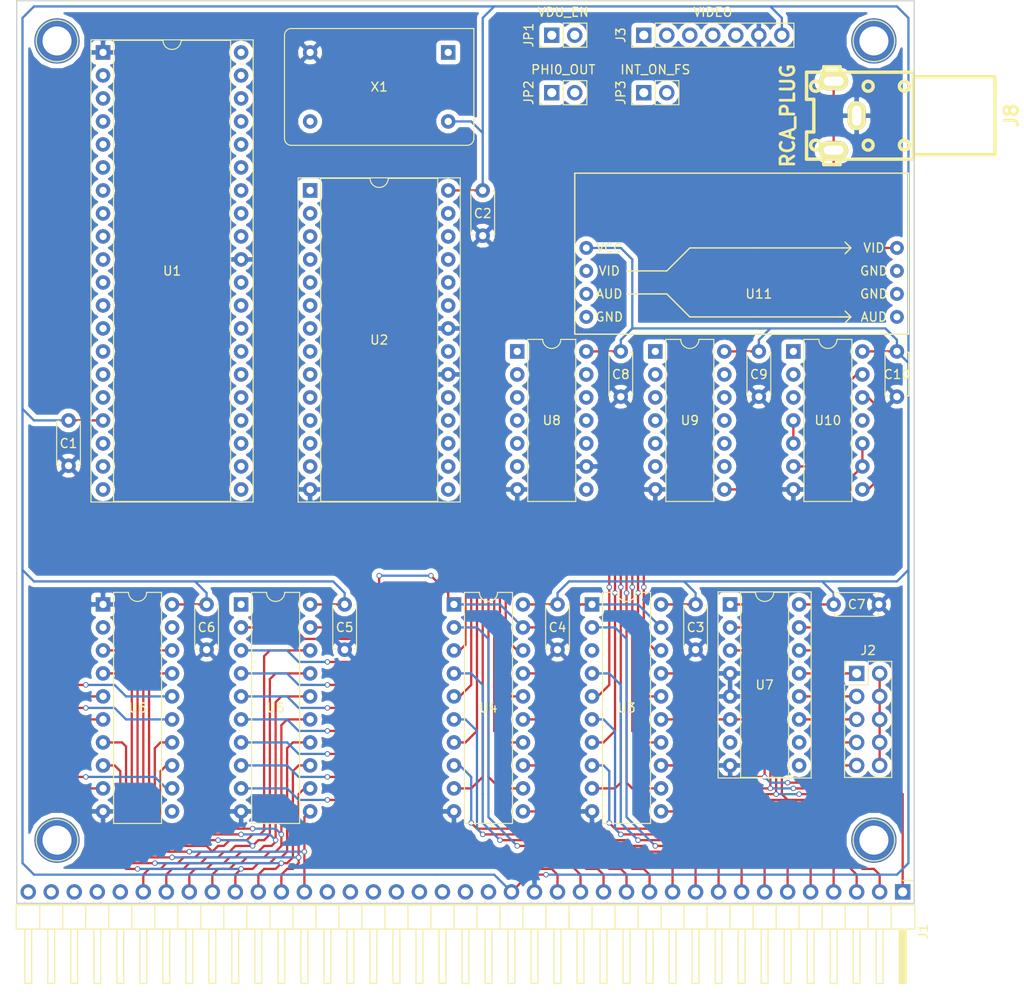
<source format=kicad_pcb>
(kicad_pcb (version 4) (host pcbnew 4.0.7)
  (layers (0 F.Cu signal) (31 B.Cu signal) (34 B.Paste user) (35 F.Paste user) (36 B.SilkS user) (37 F.SilkS user) (38 B.Mask user) (39 F.Mask user) (44 Edge.Cuts user))
  (net 0 "")
  (net 1 VCC)
  (net 2 A15)
  (net 3 A14)
  (net 4 A13)
  (net 5 A12)
  (net 6 A11)
  (net 7 A10)
  (net 8 A9)
  (net 9 A8)
  (net 10 A7)
  (net 11 A6)
  (net 12 A5)
  (net 13 A4)
  (net 14 A3)
  (net 15 A2)
  (net 16 A1)
  (net 17 A0)
  (net 18 PHI2)
  (net 19 PHI0)
  (net 20 "Net-(J1-Pad22)")
  (net 21 R/~W)
  (net 22 D0)
  (net 23 D1)
  (net 24 D2)
  (net 25 D3)
  (net 26 D4)
  (net 27 D5)
  (net 28 D6)
  (net 29 D7)
  (net 30 "Net-(J2-Pad1)")
  (net 31 VDU_BASE)
  (net 32 "Net-(J2-Pad3)")
  (net 33 "Net-(J2-Pad5)")
  (net 34 "Net-(J2-Pad7)")
  (net 35 "Net-(J2-Pad9)")
  (net 36 "Net-(J3-Pad1)")
  (net 37 "Net-(J3-Pad2)")
  (net 38 "Net-(J3-Pad3)")
  (net 39 Y)
  (net 40 VDU_CLK)
  (net 41 "Net-(J8-Pad2)")
  (net 42 ~VDU_DISABLE)
  (net 43 ~FS)
  (net 44 VA12)
  (net 45 VD6)
  (net 46 VA0)
  (net 47 VD0)
  (net 48 VA1)
  (net 49 VD1)
  (net 50 VA2)
  (net 51 VD2)
  (net 52 VA3)
  (net 53 VD3)
  (net 54 VA4)
  (net 55 VD4)
  (net 56 GM2)
  (net 57 VD5)
  (net 58 GM1)
  (net 59 GM0)
  (net 60 VD7)
  (net 61 VA5)
  (net 62 VA6)
  (net 63 S/~A)
  (net 64 VA7)
  (net 65 G/~A)
  (net 66 VA8)
  (net 67 VA9)
  (net 68 VA10)
  (net 69 CSS)
  (net 70 VA11)
  (net 71 VA14)
  (net 72 VA13)
  (net 73 RAM_RW)
  (net 74 ~CS_RAM_EXT)
  (net 75 ~CS_CTRL_EXT)
  (net 76 "Net-(U8-Pad2)")
  (net 77 ~VDU_WRITE)
  (net 78 "Net-(U8-Pad10)")
  (net 79 "Net-(U10-Pad2)")
  (net 80 "Net-(U8-Pad5)")
  (net 81 "Net-(U10-Pad1)")
  (net 82 "Net-(U8-Pad6)")
  (net 83 ~VDU_CTRL)
  (net 84 "Net-(U10-Pad12)")
  (net 85 "Net-(U10-Pad13)")
  (net 86 GND)
  (module Capacitors_THT:C_Disc_D4.7mm_W2.5mm_P5.00mm (layer F.Cu) (at 58.42 90.805 270)
    (fp_text reference C1 (at 2.54 0 360) (layer F.SilkS))
    (fp_text value 100nF)
    (pad 1 thru_hole circle (at 0 0 270) (size 1.6 1.6) (drill 0.8) (layers *.Cu *.Mask) (net 1 VCC))
    (pad 2 thru_hole circle (at 5 0 270) (size 1.6 1.6) (drill 0.8) (layers *.Cu *.Mask) (net 86 GND))
  )
  (module Capacitors_THT:C_Disc_D4.7mm_W2.5mm_P5.00mm (layer F.Cu) (at 104.14 65.405 270)
    (fp_text reference C2 (at 2.54 0 360) (layer F.SilkS))
    (fp_text value 100nF)
    (pad 1 thru_hole circle (at 0 0 270) (size 1.6 1.6) (drill 0.8) (layers *.Cu *.Mask) (net 1 VCC))
    (pad 2 thru_hole circle (at 5 0 270) (size 1.6 1.6) (drill 0.8) (layers *.Cu *.Mask) (net 86 GND))
  )
  (module Capacitors_THT:C_Disc_D4.7mm_W2.5mm_P5.00mm (layer F.Cu) (at 127.635 111.125 270)
    (fp_text reference C3 (at 2.54 0 360) (layer F.SilkS))
    (fp_text value 100nF)
    (pad 1 thru_hole circle (at 0 0 270) (size 1.6 1.6) (drill 0.8) (layers *.Cu *.Mask) (net 1 VCC))
    (pad 2 thru_hole circle (at 5 0 270) (size 1.6 1.6) (drill 0.8) (layers *.Cu *.Mask) (net 86 GND))
  )
  (module Capacitors_THT:C_Disc_D4.7mm_W2.5mm_P5.00mm (layer F.Cu) (at 112.395 111.125 270)
    (fp_text reference C4 (at 2.54 0 360) (layer F.SilkS))
    (fp_text value 100nF)
    (pad 1 thru_hole circle (at 0 0 270) (size 1.6 1.6) (drill 0.8) (layers *.Cu *.Mask) (net 1 VCC))
    (pad 2 thru_hole circle (at 5 0 270) (size 1.6 1.6) (drill 0.8) (layers *.Cu *.Mask) (net 86 GND))
  )
  (module Capacitors_THT:C_Disc_D4.7mm_W2.5mm_P5.00mm (layer F.Cu) (at 88.9 111.125 270)
    (fp_text reference C5 (at 2.54 0 360) (layer F.SilkS))
    (fp_text value 100nF)
    (pad 1 thru_hole circle (at 0 0 270) (size 1.6 1.6) (drill 0.8) (layers *.Cu *.Mask) (net 1 VCC))
    (pad 2 thru_hole circle (at 5 0 270) (size 1.6 1.6) (drill 0.8) (layers *.Cu *.Mask) (net 86 GND))
  )
  (module Capacitors_THT:C_Disc_D4.7mm_W2.5mm_P5.00mm (layer F.Cu) (at 73.66 111.125 270)
    (fp_text reference C6 (at 2.54 0 360) (layer F.SilkS))
    (fp_text value 100nF)
    (pad 1 thru_hole circle (at 0 0 270) (size 1.6 1.6) (drill 0.8) (layers *.Cu *.Mask) (net 1 VCC))
    (pad 2 thru_hole circle (at 5 0 270) (size 1.6 1.6) (drill 0.8) (layers *.Cu *.Mask) (net 86 GND))
  )
  (module Capacitors_THT:C_Disc_D4.7mm_W2.5mm_P5.00mm (layer F.Cu) (at 142.875 111.125)
    (fp_text reference C7 (at 2.54 0) (layer F.SilkS))
    (fp_text value 100nF)
    (pad 1 thru_hole circle (at 0 0) (size 1.6 1.6) (drill 0.8) (layers *.Cu *.Mask) (net 1 VCC))
    (pad 2 thru_hole circle (at 5 0) (size 1.6 1.6) (drill 0.8) (layers *.Cu *.Mask) (net 86 GND))
  )
  (module Capacitors_THT:C_Disc_D4.7mm_W2.5mm_P5.00mm (layer F.Cu) (at 119.38 83.185 270)
    (fp_text reference C8 (at 2.54 0 360) (layer F.SilkS))
    (fp_text value 100nF)
    (pad 1 thru_hole circle (at 0 0 270) (size 1.6 1.6) (drill 0.8) (layers *.Cu *.Mask) (net 1 VCC))
    (pad 2 thru_hole circle (at 5 0 270) (size 1.6 1.6) (drill 0.8) (layers *.Cu *.Mask) (net 86 GND))
  )
  (module Capacitors_THT:C_Disc_D4.7mm_W2.5mm_P5.00mm (layer F.Cu) (at 134.62 83.185 270)
    (fp_text reference C9 (at 2.54 0 360) (layer F.SilkS))
    (fp_text value 100nF)
    (pad 1 thru_hole circle (at 0 0 270) (size 1.6 1.6) (drill 0.8) (layers *.Cu *.Mask) (net 1 VCC))
    (pad 2 thru_hole circle (at 5 0 270) (size 1.6 1.6) (drill 0.8) (layers *.Cu *.Mask) (net 86 GND))
  )
  (module Capacitors_THT:C_Disc_D4.7mm_W2.5mm_P5.00mm (layer F.Cu) (at 149.86 83.185 270)
    (fp_text reference C10 (at 2.54 0 360) (layer F.SilkS))
    (fp_text value 100nF)
    (pad 1 thru_hole circle (at 0 0 270) (size 1.6 1.6) (drill 0.8) (layers *.Cu *.Mask) (net 1 VCC))
    (pad 2 thru_hole circle (at 5 0 270) (size 1.6 1.6) (drill 0.8) (layers *.Cu *.Mask) (net 86 GND))
  )
  (module Pin_Headers:Pin_Header_Angled_1x39_Pitch2.54mm (layer F.Cu) (at 150.495 142.875 270)
    (fp_text reference J1 (at 4.385 -2.27 270) (layer F.SilkS))
    (fp_text value RC6502_Backplane)
    (pad 1 thru_hole rect (at 0 0 270) (size 1.7 1.7) (drill 1) (layers *.Cu *.Mask) (net 2 A15))
    (pad 2 thru_hole oval (at 0 2.54 270) (size 1.7 1.7) (drill 1) (layers *.Cu *.Mask) (net 3 A14))
    (pad 3 thru_hole oval (at 0 5.08 270) (size 1.7 1.7) (drill 1) (layers *.Cu *.Mask) (net 4 A13))
    (pad 4 thru_hole oval (at 0 7.62 270) (size 1.7 1.7) (drill 1) (layers *.Cu *.Mask) (net 5 A12))
    (pad 5 thru_hole oval (at 0 10.16 270) (size 1.7 1.7) (drill 1) (layers *.Cu *.Mask) (net 6 A11))
    (pad 6 thru_hole oval (at 0 12.7 270) (size 1.7 1.7) (drill 1) (layers *.Cu *.Mask) (net 7 A10))
    (pad 7 thru_hole oval (at 0 15.24 270) (size 1.7 1.7) (drill 1) (layers *.Cu *.Mask) (net 8 A9))
    (pad 8 thru_hole oval (at 0 17.78 270) (size 1.7 1.7) (drill 1) (layers *.Cu *.Mask) (net 9 A8))
    (pad 9 thru_hole oval (at 0 20.32 270) (size 1.7 1.7) (drill 1) (layers *.Cu *.Mask) (net 10 A7))
    (pad 10 thru_hole oval (at 0 22.86 270) (size 1.7 1.7) (drill 1) (layers *.Cu *.Mask) (net 11 A6))
    (pad 11 thru_hole oval (at 0 25.4 270) (size 1.7 1.7) (drill 1) (layers *.Cu *.Mask) (net 12 A5))
    (pad 12 thru_hole oval (at 0 27.94 270) (size 1.7 1.7) (drill 1) (layers *.Cu *.Mask) (net 13 A4))
    (pad 13 thru_hole oval (at 0 30.48 270) (size 1.7 1.7) (drill 1) (layers *.Cu *.Mask) (net 14 A3))
    (pad 14 thru_hole oval (at 0 33.02 270) (size 1.7 1.7) (drill 1) (layers *.Cu *.Mask) (net 15 A2))
    (pad 15 thru_hole oval (at 0 35.56 270) (size 1.7 1.7) (drill 1) (layers *.Cu *.Mask) (net 16 A1))
    (pad 16 thru_hole oval (at 0 38.1 270) (size 1.7 1.7) (drill 1) (layers *.Cu *.Mask) (net 17 A0))
    (pad 17 thru_hole oval (at 0 40.64 270) (size 1.7 1.7) (drill 1) (layers *.Cu *.Mask) (net 86 GND))
    (pad 18 thru_hole oval (at 0 43.18 270) (size 1.7 1.7) (drill 1) (layers *.Cu *.Mask) (net 1 VCC))
    (pad 19 thru_hole oval (at 0 45.72 270) (size 1.7 1.7) (drill 1) (layers *.Cu *.Mask) (net 18 PHI2))
    (pad 20 thru_hole oval (at 0 48.26 270) (size 1.7 1.7) (drill 1) (layers *.Cu *.Mask))
    (pad 21 thru_hole oval (at 0 50.8 270) (size 1.7 1.7) (drill 1) (layers *.Cu *.Mask) (net 19 PHI0))
    (pad 22 thru_hole oval (at 0 53.34 270) (size 1.7 1.7) (drill 1) (layers *.Cu *.Mask) (net 20 "Net-(J1-Pad22)"))
    (pad 23 thru_hole oval (at 0 55.88 270) (size 1.7 1.7) (drill 1) (layers *.Cu *.Mask))
    (pad 24 thru_hole oval (at 0 58.42 270) (size 1.7 1.7) (drill 1) (layers *.Cu *.Mask) (net 21 R/~W))
    (pad 25 thru_hole oval (at 0 60.96 270) (size 1.7 1.7) (drill 1) (layers *.Cu *.Mask))
    (pad 26 thru_hole oval (at 0 63.5 270) (size 1.7 1.7) (drill 1) (layers *.Cu *.Mask))
    (pad 27 thru_hole oval (at 0 66.04 270) (size 1.7 1.7) (drill 1) (layers *.Cu *.Mask) (net 22 D0))
    (pad 28 thru_hole oval (at 0 68.58 270) (size 1.7 1.7) (drill 1) (layers *.Cu *.Mask) (net 23 D1))
    (pad 29 thru_hole oval (at 0 71.12 270) (size 1.7 1.7) (drill 1) (layers *.Cu *.Mask) (net 24 D2))
    (pad 30 thru_hole oval (at 0 73.66 270) (size 1.7 1.7) (drill 1) (layers *.Cu *.Mask) (net 25 D3))
    (pad 31 thru_hole oval (at 0 76.2 270) (size 1.7 1.7) (drill 1) (layers *.Cu *.Mask) (net 26 D4))
    (pad 32 thru_hole oval (at 0 78.74 270) (size 1.7 1.7) (drill 1) (layers *.Cu *.Mask) (net 27 D5))
    (pad 33 thru_hole oval (at 0 81.28 270) (size 1.7 1.7) (drill 1) (layers *.Cu *.Mask) (net 28 D6))
    (pad 34 thru_hole oval (at 0 83.82 270) (size 1.7 1.7) (drill 1) (layers *.Cu *.Mask) (net 29 D7))
    (pad 35 thru_hole oval (at 0 86.36 270) (size 1.7 1.7) (drill 1) (layers *.Cu *.Mask))
    (pad 36 thru_hole oval (at 0 88.9 270) (size 1.7 1.7) (drill 1) (layers *.Cu *.Mask))
    (pad 37 thru_hole oval (at 0 91.44 270) (size 1.7 1.7) (drill 1) (layers *.Cu *.Mask))
    (pad 38 thru_hole oval (at 0 93.98 270) (size 1.7 1.7) (drill 1) (layers *.Cu *.Mask))
    (pad 39 thru_hole oval (at 0 96.52 270) (size 1.7 1.7) (drill 1) (layers *.Cu *.Mask))
  )
  (module mounting:Mounting (layer F.Cu) (at 57.15 48.895)
    (fp_text reference J4 hide)
    (fp_text value Hole hide)
    (pad 1 thru_hole circle (at 0 0) (size 5 5) (drill 3.2) (layers *.Cu *.Mask))
  )
  (module mounting:Mounting (layer F.Cu) (at 57.15 137.16)
    (fp_text reference J5 hide)
    (fp_text value Hole hide)
    (pad 1 thru_hole circle (at 0 0) (size 5 5) (drill 3.2) (layers *.Cu *.Mask))
  )
  (module mounting:Mounting (layer F.Cu) (at 147.32 137.16)
    (fp_text reference J6 hide)
    (fp_text value Hole hide)
    (pad 1 thru_hole circle (at 0 0) (size 5 5) (drill 3.2) (layers *.Cu *.Mask))
  )
  (module mounting:Mounting (layer F.Cu) (at 147.32 48.895)
    (fp_text reference J7 hide)
    (fp_text value Hole hide)
    (pad 1 thru_hole circle (at 0 0) (size 5 5) (drill 3.2) (layers *.Cu *.Mask))
  )
  (module rca:rca_yellow (layer F.Cu) (at 146.685 57.15 90)
    (fp_text reference J8 (at 0 15.7988 90) (layer F.SilkS) (effects (font (thickness 0.3048))))
    (fp_text value RCA_PLUG (at 0 -8.89 90) (layer F.SilkS) (effects (font (thickness 0.3048))))
    (pad 2 thru_hole oval (at 3.81 -3.81 90) (size 1.99898 3.19786) (drill oval 0.99568 2.1971) (layers *.Cu *.Mask F.SilkS) (net 41 "Net-(J8-Pad2)"))
    (pad 1 thru_hole oval (at 0 -1.27 90) (size 3.19786 1.99898) (drill oval 2.1971 0.99568) (layers *.Cu *.Mask F.SilkS) (net 86 GND))
    (pad 2 thru_hole oval (at -3.81 -3.81 90) (size 1.99898 3.19786) (drill oval 0.99568 2.1971) (layers *.Cu *.Mask F.SilkS) (net 41 "Net-(J8-Pad2)"))
  )
  (module Pin_Headers:Pin_Header_Straight_1x02_Pitch2.54mm (layer F.Cu) (at 111.76 48.26 90)
    (fp_text reference JP1 (at 0 -2.54 270) (layer F.SilkS))
    (fp_text value VDU_EN (at 2.54 1.27 180) (layer F.SilkS))
    (pad 1 thru_hole rect (at 0 0 90) (size 1.7 1.7) (drill 1) (layers *.Cu *.Mask) (net 31 VDU_BASE))
    (pad 2 thru_hole oval (at 0 2.54 90) (size 1.7 1.7) (drill 1) (layers *.Cu *.Mask) (net 42 ~VDU_DISABLE))
  )
  (module Pin_Headers:Pin_Header_Straight_1x02_Pitch2.54mm (layer F.Cu) (at 111.76 54.61 90)
    (fp_text reference JP2 (at 0 -2.54 270) (layer F.SilkS))
    (fp_text value PHI0_OUT (at 2.54 1.27 180) (layer F.SilkS))
    (pad 1 thru_hole rect (at 0 0 90) (size 1.7 1.7) (drill 1) (layers *.Cu *.Mask) (net 40 VDU_CLK))
    (pad 2 thru_hole oval (at 0 2.54 90) (size 1.7 1.7) (drill 1) (layers *.Cu *.Mask) (net 19 PHI0))
  )
  (module Pin_Headers:Pin_Header_Straight_1x02_Pitch2.54mm (layer F.Cu) (at 121.92 54.61 90)
    (fp_text reference JP3 (at 0 -2.54 270) (layer F.SilkS))
    (fp_text value INT_ON_FS (at 2.54 1.27 180) (layer F.SilkS))
    (pad 1 thru_hole rect (at 0 0 90) (size 1.7 1.7) (drill 1) (layers *.Cu *.Mask) (net 43 ~FS))
    (pad 2 thru_hole oval (at 0 2.54 90) (size 1.7 1.7) (drill 1) (layers *.Cu *.Mask) (net 20 "Net-(J1-Pad22)"))
  )
  (module Housings_DIP:DIP-40_W15.24mm_Socket (layer F.Cu) (at 62.23 50.165)
    (fp_text reference U1 (at 7.62 24.13) (layer F.SilkS))
    (fp_text value MC6847)
    (pad 1 thru_hole rect (at 0 0) (size 1.6 1.6) (drill 0.8) (layers *.Cu *.Mask) (net 86 GND))
    (pad 21 thru_hole oval (at 15.24 48.26) (size 1.6 1.6) (drill 0.8) (layers *.Cu *.Mask) (net 44 VA12))
    (pad 2 thru_hole oval (at 0 2.54) (size 1.6 1.6) (drill 0.8) (layers *.Cu *.Mask) (net 45 VD6))
    (pad 22 thru_hole oval (at 15.24 45.72) (size 1.6 1.6) (drill 0.8) (layers *.Cu *.Mask) (net 46 VA0))
    (pad 3 thru_hole oval (at 0 5.08) (size 1.6 1.6) (drill 0.8) (layers *.Cu *.Mask) (net 47 VD0))
    (pad 23 thru_hole oval (at 15.24 43.18) (size 1.6 1.6) (drill 0.8) (layers *.Cu *.Mask) (net 48 VA1))
    (pad 4 thru_hole oval (at 0 7.62) (size 1.6 1.6) (drill 0.8) (layers *.Cu *.Mask) (net 49 VD1))
    (pad 24 thru_hole oval (at 15.24 40.64) (size 1.6 1.6) (drill 0.8) (layers *.Cu *.Mask) (net 50 VA2))
    (pad 5 thru_hole oval (at 0 10.16) (size 1.6 1.6) (drill 0.8) (layers *.Cu *.Mask) (net 51 VD2))
    (pad 25 thru_hole oval (at 15.24 38.1) (size 1.6 1.6) (drill 0.8) (layers *.Cu *.Mask) (net 52 VA3))
    (pad 6 thru_hole oval (at 0 12.7) (size 1.6 1.6) (drill 0.8) (layers *.Cu *.Mask) (net 53 VD3))
    (pad 26 thru_hole oval (at 15.24 35.56) (size 1.6 1.6) (drill 0.8) (layers *.Cu *.Mask) (net 54 VA4))
    (pad 7 thru_hole oval (at 0 15.24) (size 1.6 1.6) (drill 0.8) (layers *.Cu *.Mask) (net 55 VD4))
    (pad 27 thru_hole oval (at 15.24 33.02) (size 1.6 1.6) (drill 0.8) (layers *.Cu *.Mask) (net 56 GM2))
    (pad 8 thru_hole oval (at 0 17.78) (size 1.6 1.6) (drill 0.8) (layers *.Cu *.Mask) (net 57 VD5))
    (pad 28 thru_hole oval (at 15.24 30.48) (size 1.6 1.6) (drill 0.8) (layers *.Cu *.Mask) (net 39 Y))
    (pad 9 thru_hole oval (at 0 20.32) (size 1.6 1.6) (drill 0.8) (layers *.Cu *.Mask) (net 36 "Net-(J3-Pad1)"))
    (pad 29 thru_hole oval (at 15.24 27.94) (size 1.6 1.6) (drill 0.8) (layers *.Cu *.Mask) (net 58 GM1))
    (pad 10 thru_hole oval (at 0 22.86) (size 1.6 1.6) (drill 0.8) (layers *.Cu *.Mask) (net 37 "Net-(J3-Pad2)"))
    (pad 30 thru_hole oval (at 15.24 25.4) (size 1.6 1.6) (drill 0.8) (layers *.Cu *.Mask) (net 59 GM0))
    (pad 11 thru_hole oval (at 0 25.4) (size 1.6 1.6) (drill 0.8) (layers *.Cu *.Mask) (net 38 "Net-(J3-Pad3)"))
    (pad 31 thru_hole oval (at 15.24 22.86) (size 1.6 1.6) (drill 0.8) (layers *.Cu *.Mask) (net 86 GND))
    (pad 12 thru_hole oval (at 0 27.94) (size 1.6 1.6) (drill 0.8) (layers *.Cu *.Mask) (net 42 ~VDU_DISABLE))
    (pad 32 thru_hole oval (at 15.24 20.32) (size 1.6 1.6) (drill 0.8) (layers *.Cu *.Mask) (net 60 VD7))
    (pad 13 thru_hole oval (at 0 30.48) (size 1.6 1.6) (drill 0.8) (layers *.Cu *.Mask) (net 61 VA5))
    (pad 33 thru_hole oval (at 15.24 17.78) (size 1.6 1.6) (drill 0.8) (layers *.Cu *.Mask) (net 40 VDU_CLK))
    (pad 14 thru_hole oval (at 0 33.02) (size 1.6 1.6) (drill 0.8) (layers *.Cu *.Mask) (net 62 VA6))
    (pad 34 thru_hole oval (at 15.24 15.24) (size 1.6 1.6) (drill 0.8) (layers *.Cu *.Mask) (net 63 S/~A))
    (pad 15 thru_hole oval (at 0 35.56) (size 1.6 1.6) (drill 0.8) (layers *.Cu *.Mask) (net 64 VA7))
    (pad 35 thru_hole oval (at 15.24 12.7) (size 1.6 1.6) (drill 0.8) (layers *.Cu *.Mask) (net 65 G/~A))
    (pad 16 thru_hole oval (at 0 38.1) (size 1.6 1.6) (drill 0.8) (layers *.Cu *.Mask) (net 66 VA8))
    (pad 36 thru_hole oval (at 15.24 10.16) (size 1.6 1.6) (drill 0.8) (layers *.Cu *.Mask))
    (pad 17 thru_hole oval (at 0 40.64) (size 1.6 1.6) (drill 0.8) (layers *.Cu *.Mask) (net 1 VCC))
    (pad 37 thru_hole oval (at 15.24 7.62) (size 1.6 1.6) (drill 0.8) (layers *.Cu *.Mask) (net 43 ~FS))
    (pad 18 thru_hole oval (at 0 43.18) (size 1.6 1.6) (drill 0.8) (layers *.Cu *.Mask) (net 67 VA9))
    (pad 38 thru_hole oval (at 15.24 5.08) (size 1.6 1.6) (drill 0.8) (layers *.Cu *.Mask))
    (pad 19 thru_hole oval (at 0 45.72) (size 1.6 1.6) (drill 0.8) (layers *.Cu *.Mask) (net 68 VA10))
    (pad 39 thru_hole oval (at 15.24 2.54) (size 1.6 1.6) (drill 0.8) (layers *.Cu *.Mask) (net 69 CSS))
    (pad 20 thru_hole oval (at 0 48.26) (size 1.6 1.6) (drill 0.8) (layers *.Cu *.Mask) (net 70 VA11))
    (pad 40 thru_hole oval (at 15.24 0) (size 1.6 1.6) (drill 0.8) (layers *.Cu *.Mask) (net 60 VD7))
  )
  (module Housings_DIP:DIP-28_W15.24mm_Socket (layer F.Cu) (at 85.09 65.405)
    (fp_text reference U2 (at 7.62 16.51) (layer F.SilkS))
    (fp_text value HM62256BLP-7)
    (pad 1 thru_hole rect (at 0 0) (size 1.6 1.6) (drill 0.8) (layers *.Cu *.Mask) (net 71 VA14))
    (pad 15 thru_hole oval (at 15.24 33.02) (size 1.6 1.6) (drill 0.8) (layers *.Cu *.Mask) (net 53 VD3))
    (pad 2 thru_hole oval (at 0 2.54) (size 1.6 1.6) (drill 0.8) (layers *.Cu *.Mask) (net 44 VA12))
    (pad 16 thru_hole oval (at 15.24 30.48) (size 1.6 1.6) (drill 0.8) (layers *.Cu *.Mask) (net 55 VD4))
    (pad 3 thru_hole oval (at 0 5.08) (size 1.6 1.6) (drill 0.8) (layers *.Cu *.Mask) (net 64 VA7))
    (pad 17 thru_hole oval (at 15.24 27.94) (size 1.6 1.6) (drill 0.8) (layers *.Cu *.Mask) (net 57 VD5))
    (pad 4 thru_hole oval (at 0 7.62) (size 1.6 1.6) (drill 0.8) (layers *.Cu *.Mask) (net 62 VA6))
    (pad 18 thru_hole oval (at 15.24 25.4) (size 1.6 1.6) (drill 0.8) (layers *.Cu *.Mask) (net 45 VD6))
    (pad 5 thru_hole oval (at 0 10.16) (size 1.6 1.6) (drill 0.8) (layers *.Cu *.Mask) (net 61 VA5))
    (pad 19 thru_hole oval (at 15.24 22.86) (size 1.6 1.6) (drill 0.8) (layers *.Cu *.Mask) (net 60 VD7))
    (pad 6 thru_hole oval (at 0 12.7) (size 1.6 1.6) (drill 0.8) (layers *.Cu *.Mask) (net 54 VA4))
    (pad 20 thru_hole oval (at 15.24 20.32) (size 1.6 1.6) (drill 0.8) (layers *.Cu *.Mask) (net 86 GND))
    (pad 7 thru_hole oval (at 0 15.24) (size 1.6 1.6) (drill 0.8) (layers *.Cu *.Mask) (net 52 VA3))
    (pad 21 thru_hole oval (at 15.24 17.78) (size 1.6 1.6) (drill 0.8) (layers *.Cu *.Mask) (net 68 VA10))
    (pad 8 thru_hole oval (at 0 17.78) (size 1.6 1.6) (drill 0.8) (layers *.Cu *.Mask) (net 50 VA2))
    (pad 22 thru_hole oval (at 15.24 15.24) (size 1.6 1.6) (drill 0.8) (layers *.Cu *.Mask) (net 86 GND))
    (pad 9 thru_hole oval (at 0 20.32) (size 1.6 1.6) (drill 0.8) (layers *.Cu *.Mask) (net 48 VA1))
    (pad 23 thru_hole oval (at 15.24 12.7) (size 1.6 1.6) (drill 0.8) (layers *.Cu *.Mask) (net 70 VA11))
    (pad 10 thru_hole oval (at 0 22.86) (size 1.6 1.6) (drill 0.8) (layers *.Cu *.Mask) (net 46 VA0))
    (pad 24 thru_hole oval (at 15.24 10.16) (size 1.6 1.6) (drill 0.8) (layers *.Cu *.Mask) (net 67 VA9))
    (pad 11 thru_hole oval (at 0 25.4) (size 1.6 1.6) (drill 0.8) (layers *.Cu *.Mask) (net 47 VD0))
    (pad 25 thru_hole oval (at 15.24 7.62) (size 1.6 1.6) (drill 0.8) (layers *.Cu *.Mask) (net 66 VA8))
    (pad 12 thru_hole oval (at 0 27.94) (size 1.6 1.6) (drill 0.8) (layers *.Cu *.Mask) (net 49 VD1))
    (pad 26 thru_hole oval (at 15.24 5.08) (size 1.6 1.6) (drill 0.8) (layers *.Cu *.Mask) (net 72 VA13))
    (pad 13 thru_hole oval (at 0 30.48) (size 1.6 1.6) (drill 0.8) (layers *.Cu *.Mask) (net 51 VD2))
    (pad 27 thru_hole oval (at 15.24 2.54) (size 1.6 1.6) (drill 0.8) (layers *.Cu *.Mask) (net 73 RAM_RW))
    (pad 14 thru_hole oval (at 0 33.02) (size 1.6 1.6) (drill 0.8) (layers *.Cu *.Mask) (net 86 GND))
    (pad 28 thru_hole oval (at 15.24 0) (size 1.6 1.6) (drill 0.8) (layers *.Cu *.Mask) (net 1 VCC))
  )
  (module Housings_DIP:DIP-20_W7.62mm (layer F.Cu) (at 116.205 111.125)
    (fp_text reference U3 (at 3.81 11.43) (layer F.SilkS))
    (fp_text value 74LS244)
    (pad 1 thru_hole rect (at 0 0) (size 1.6 1.6) (drill 0.8) (layers *.Cu *.Mask) (net 74 ~CS_RAM_EXT))
    (pad 11 thru_hole oval (at 7.62 22.86) (size 1.6 1.6) (drill 0.8) (layers *.Cu *.Mask) (net 5 A12))
    (pad 2 thru_hole oval (at 0 2.54) (size 1.6 1.6) (drill 0.8) (layers *.Cu *.Mask) (net 9 A8))
    (pad 12 thru_hole oval (at 7.62 20.32) (size 1.6 1.6) (drill 0.8) (layers *.Cu *.Mask) (net 70 VA11))
    (pad 3 thru_hole oval (at 0 5.08) (size 1.6 1.6) (drill 0.8) (layers *.Cu *.Mask))
    (pad 13 thru_hole oval (at 7.62 17.78) (size 1.6 1.6) (drill 0.8) (layers *.Cu *.Mask) (net 4 A13))
    (pad 4 thru_hole oval (at 0 7.62) (size 1.6 1.6) (drill 0.8) (layers *.Cu *.Mask) (net 8 A9))
    (pad 14 thru_hole oval (at 7.62 15.24) (size 1.6 1.6) (drill 0.8) (layers *.Cu *.Mask) (net 68 VA10))
    (pad 5 thru_hole oval (at 0 10.16) (size 1.6 1.6) (drill 0.8) (layers *.Cu *.Mask) (net 71 VA14))
    (pad 15 thru_hole oval (at 7.62 12.7) (size 1.6 1.6) (drill 0.8) (layers *.Cu *.Mask) (net 3 A14))
    (pad 6 thru_hole oval (at 0 12.7) (size 1.6 1.6) (drill 0.8) (layers *.Cu *.Mask) (net 7 A10))
    (pad 16 thru_hole oval (at 7.62 10.16) (size 1.6 1.6) (drill 0.8) (layers *.Cu *.Mask) (net 67 VA9))
    (pad 7 thru_hole oval (at 0 15.24) (size 1.6 1.6) (drill 0.8) (layers *.Cu *.Mask) (net 72 VA13))
    (pad 17 thru_hole oval (at 7.62 7.62) (size 1.6 1.6) (drill 0.8) (layers *.Cu *.Mask) (net 2 A15))
    (pad 8 thru_hole oval (at 0 17.78) (size 1.6 1.6) (drill 0.8) (layers *.Cu *.Mask) (net 6 A11))
    (pad 18 thru_hole oval (at 7.62 5.08) (size 1.6 1.6) (drill 0.8) (layers *.Cu *.Mask) (net 66 VA8))
    (pad 9 thru_hole oval (at 0 20.32) (size 1.6 1.6) (drill 0.8) (layers *.Cu *.Mask) (net 44 VA12))
    (pad 19 thru_hole oval (at 7.62 2.54) (size 1.6 1.6) (drill 0.8) (layers *.Cu *.Mask) (net 74 ~CS_RAM_EXT))
    (pad 10 thru_hole oval (at 0 22.86) (size 1.6 1.6) (drill 0.8) (layers *.Cu *.Mask) (net 86 GND))
    (pad 20 thru_hole oval (at 7.62 0) (size 1.6 1.6) (drill 0.8) (layers *.Cu *.Mask) (net 1 VCC))
  )
  (module Housings_DIP:DIP-20_W7.62mm (layer F.Cu) (at 100.965 111.125)
    (fp_text reference U4 (at 3.81 11.43) (layer F.SilkS))
    (fp_text value 74LS244)
    (pad 1 thru_hole rect (at 0 0) (size 1.6 1.6) (drill 0.8) (layers *.Cu *.Mask) (net 74 ~CS_RAM_EXT))
    (pad 11 thru_hole oval (at 7.62 22.86) (size 1.6 1.6) (drill 0.8) (layers *.Cu *.Mask) (net 13 A4))
    (pad 2 thru_hole oval (at 0 2.54) (size 1.6 1.6) (drill 0.8) (layers *.Cu *.Mask) (net 17 A0))
    (pad 12 thru_hole oval (at 7.62 20.32) (size 1.6 1.6) (drill 0.8) (layers *.Cu *.Mask) (net 52 VA3))
    (pad 3 thru_hole oval (at 0 5.08) (size 1.6 1.6) (drill 0.8) (layers *.Cu *.Mask) (net 64 VA7))
    (pad 13 thru_hole oval (at 7.62 17.78) (size 1.6 1.6) (drill 0.8) (layers *.Cu *.Mask) (net 12 A5))
    (pad 4 thru_hole oval (at 0 7.62) (size 1.6 1.6) (drill 0.8) (layers *.Cu *.Mask) (net 16 A1))
    (pad 14 thru_hole oval (at 7.62 15.24) (size 1.6 1.6) (drill 0.8) (layers *.Cu *.Mask) (net 50 VA2))
    (pad 5 thru_hole oval (at 0 10.16) (size 1.6 1.6) (drill 0.8) (layers *.Cu *.Mask) (net 62 VA6))
    (pad 15 thru_hole oval (at 7.62 12.7) (size 1.6 1.6) (drill 0.8) (layers *.Cu *.Mask) (net 11 A6))
    (pad 6 thru_hole oval (at 0 12.7) (size 1.6 1.6) (drill 0.8) (layers *.Cu *.Mask) (net 15 A2))
    (pad 16 thru_hole oval (at 7.62 10.16) (size 1.6 1.6) (drill 0.8) (layers *.Cu *.Mask) (net 48 VA1))
    (pad 7 thru_hole oval (at 0 15.24) (size 1.6 1.6) (drill 0.8) (layers *.Cu *.Mask) (net 61 VA5))
    (pad 17 thru_hole oval (at 7.62 7.62) (size 1.6 1.6) (drill 0.8) (layers *.Cu *.Mask) (net 10 A7))
    (pad 8 thru_hole oval (at 0 17.78) (size 1.6 1.6) (drill 0.8) (layers *.Cu *.Mask) (net 14 A3))
    (pad 18 thru_hole oval (at 7.62 5.08) (size 1.6 1.6) (drill 0.8) (layers *.Cu *.Mask) (net 46 VA0))
    (pad 9 thru_hole oval (at 0 20.32) (size 1.6 1.6) (drill 0.8) (layers *.Cu *.Mask) (net 54 VA4))
    (pad 19 thru_hole oval (at 7.62 2.54) (size 1.6 1.6) (drill 0.8) (layers *.Cu *.Mask) (net 74 ~CS_RAM_EXT))
    (pad 10 thru_hole oval (at 0 22.86) (size 1.6 1.6) (drill 0.8) (layers *.Cu *.Mask) (net 86 GND))
    (pad 20 thru_hole oval (at 7.62 0) (size 1.6 1.6) (drill 0.8) (layers *.Cu *.Mask) (net 1 VCC))
  )
  (module Housings_DIP:DIP-20_W7.62mm (layer F.Cu) (at 77.47 111.125)
    (fp_text reference U5 (at 3.81 11.43) (layer F.SilkS))
    (fp_text value 74LS245)
    (pad 1 thru_hole rect (at 0 0) (size 1.6 1.6) (drill 0.8) (layers *.Cu *.Mask) (net 73 RAM_RW))
    (pad 11 thru_hole oval (at 7.62 22.86) (size 1.6 1.6) (drill 0.8) (layers *.Cu *.Mask) (net 22 D0))
    (pad 2 thru_hole oval (at 0 2.54) (size 1.6 1.6) (drill 0.8) (layers *.Cu *.Mask) (net 60 VD7))
    (pad 12 thru_hole oval (at 7.62 20.32) (size 1.6 1.6) (drill 0.8) (layers *.Cu *.Mask) (net 23 D1))
    (pad 3 thru_hole oval (at 0 5.08) (size 1.6 1.6) (drill 0.8) (layers *.Cu *.Mask) (net 45 VD6))
    (pad 13 thru_hole oval (at 7.62 17.78) (size 1.6 1.6) (drill 0.8) (layers *.Cu *.Mask) (net 24 D2))
    (pad 4 thru_hole oval (at 0 7.62) (size 1.6 1.6) (drill 0.8) (layers *.Cu *.Mask) (net 57 VD5))
    (pad 14 thru_hole oval (at 7.62 15.24) (size 1.6 1.6) (drill 0.8) (layers *.Cu *.Mask) (net 25 D3))
    (pad 5 thru_hole oval (at 0 10.16) (size 1.6 1.6) (drill 0.8) (layers *.Cu *.Mask) (net 55 VD4))
    (pad 15 thru_hole oval (at 7.62 12.7) (size 1.6 1.6) (drill 0.8) (layers *.Cu *.Mask) (net 26 D4))
    (pad 6 thru_hole oval (at 0 12.7) (size 1.6 1.6) (drill 0.8) (layers *.Cu *.Mask) (net 53 VD3))
    (pad 16 thru_hole oval (at 7.62 10.16) (size 1.6 1.6) (drill 0.8) (layers *.Cu *.Mask) (net 27 D5))
    (pad 7 thru_hole oval (at 0 15.24) (size 1.6 1.6) (drill 0.8) (layers *.Cu *.Mask) (net 51 VD2))
    (pad 17 thru_hole oval (at 7.62 7.62) (size 1.6 1.6) (drill 0.8) (layers *.Cu *.Mask) (net 28 D6))
    (pad 8 thru_hole oval (at 0 17.78) (size 1.6 1.6) (drill 0.8) (layers *.Cu *.Mask) (net 49 VD1))
    (pad 18 thru_hole oval (at 7.62 5.08) (size 1.6 1.6) (drill 0.8) (layers *.Cu *.Mask) (net 29 D7))
    (pad 9 thru_hole oval (at 0 20.32) (size 1.6 1.6) (drill 0.8) (layers *.Cu *.Mask) (net 47 VD0))
    (pad 19 thru_hole oval (at 7.62 2.54) (size 1.6 1.6) (drill 0.8) (layers *.Cu *.Mask) (net 74 ~CS_RAM_EXT))
    (pad 10 thru_hole oval (at 0 22.86) (size 1.6 1.6) (drill 0.8) (layers *.Cu *.Mask) (net 86 GND))
    (pad 20 thru_hole oval (at 7.62 0) (size 1.6 1.6) (drill 0.8) (layers *.Cu *.Mask) (net 1 VCC))
  )
  (module Housings_DIP:DIP-20_W7.62mm (layer F.Cu) (at 62.23 111.125)
    (fp_text reference U6 (at 3.81 11.43) (layer F.SilkS))
    (fp_text value 74LS374)
    (pad 1 thru_hole rect (at 0 0) (size 1.6 1.6) (drill 0.8) (layers *.Cu *.Mask) (net 86 GND))
    (pad 11 thru_hole oval (at 7.62 22.86) (size 1.6 1.6) (drill 0.8) (layers *.Cu *.Mask) (net 75 ~CS_CTRL_EXT))
    (pad 2 thru_hole oval (at 0 2.54) (size 1.6 1.6) (drill 0.8) (layers *.Cu *.Mask) (net 72 VA13))
    (pad 12 thru_hole oval (at 7.62 20.32) (size 1.6 1.6) (drill 0.8) (layers *.Cu *.Mask) (net 56 GM2))
    (pad 3 thru_hole oval (at 0 5.08) (size 1.6 1.6) (drill 0.8) (layers *.Cu *.Mask) (net 22 D0))
    (pad 13 thru_hole oval (at 7.62 17.78) (size 1.6 1.6) (drill 0.8) (layers *.Cu *.Mask) (net 26 D4))
    (pad 4 thru_hole oval (at 0 7.62) (size 1.6 1.6) (drill 0.8) (layers *.Cu *.Mask) (net 23 D1))
    (pad 14 thru_hole oval (at 7.62 15.24) (size 1.6 1.6) (drill 0.8) (layers *.Cu *.Mask) (net 27 D5))
    (pad 5 thru_hole oval (at 0 10.16) (size 1.6 1.6) (drill 0.8) (layers *.Cu *.Mask) (net 71 VA14))
    (pad 15 thru_hole oval (at 7.62 12.7) (size 1.6 1.6) (drill 0.8) (layers *.Cu *.Mask) (net 58 GM1))
    (pad 6 thru_hole oval (at 0 12.7) (size 1.6 1.6) (drill 0.8) (layers *.Cu *.Mask) (net 65 G/~A))
    (pad 16 thru_hole oval (at 7.62 10.16) (size 1.6 1.6) (drill 0.8) (layers *.Cu *.Mask) (net 59 GM0))
    (pad 7 thru_hole oval (at 0 15.24) (size 1.6 1.6) (drill 0.8) (layers *.Cu *.Mask) (net 24 D2))
    (pad 17 thru_hole oval (at 7.62 7.62) (size 1.6 1.6) (drill 0.8) (layers *.Cu *.Mask) (net 28 D6))
    (pad 8 thru_hole oval (at 0 17.78) (size 1.6 1.6) (drill 0.8) (layers *.Cu *.Mask) (net 25 D3))
    (pad 18 thru_hole oval (at 7.62 5.08) (size 1.6 1.6) (drill 0.8) (layers *.Cu *.Mask) (net 29 D7))
    (pad 9 thru_hole oval (at 0 20.32) (size 1.6 1.6) (drill 0.8) (layers *.Cu *.Mask) (net 63 S/~A))
    (pad 19 thru_hole oval (at 7.62 2.54) (size 1.6 1.6) (drill 0.8) (layers *.Cu *.Mask) (net 69 CSS))
    (pad 10 thru_hole oval (at 0 22.86) (size 1.6 1.6) (drill 0.8) (layers *.Cu *.Mask) (net 86 GND))
    (pad 20 thru_hole oval (at 7.62 0) (size 1.6 1.6) (drill 0.8) (layers *.Cu *.Mask) (net 1 VCC))
  )
  (module Housings_DIP:DIP-16_W7.62mm_Socket (layer F.Cu) (at 131.445 111.125)
    (fp_text reference U7 (at 3.81 8.89) (layer F.SilkS))
    (fp_text value 74HCT138)
    (pad 1 thru_hole rect (at 0 0) (size 1.6 1.6) (drill 0.8) (layers *.Cu *.Mask) (net 5 A12))
    (pad 9 thru_hole oval (at 7.62 17.78) (size 1.6 1.6) (drill 0.8) (layers *.Cu *.Mask))
    (pad 2 thru_hole oval (at 0 2.54) (size 1.6 1.6) (drill 0.8) (layers *.Cu *.Mask) (net 4 A13))
    (pad 10 thru_hole oval (at 7.62 15.24) (size 1.6 1.6) (drill 0.8) (layers *.Cu *.Mask))
    (pad 3 thru_hole oval (at 0 5.08) (size 1.6 1.6) (drill 0.8) (layers *.Cu *.Mask) (net 3 A14))
    (pad 11 thru_hole oval (at 7.62 12.7) (size 1.6 1.6) (drill 0.8) (layers *.Cu *.Mask) (net 35 "Net-(J2-Pad9)"))
    (pad 4 thru_hole oval (at 0 7.62) (size 1.6 1.6) (drill 0.8) (layers *.Cu *.Mask) (net 86 GND))
    (pad 12 thru_hole oval (at 7.62 10.16) (size 1.6 1.6) (drill 0.8) (layers *.Cu *.Mask) (net 34 "Net-(J2-Pad7)"))
    (pad 5 thru_hole oval (at 0 10.16) (size 1.6 1.6) (drill 0.8) (layers *.Cu *.Mask) (net 86 GND))
    (pad 13 thru_hole oval (at 7.62 7.62) (size 1.6 1.6) (drill 0.8) (layers *.Cu *.Mask) (net 33 "Net-(J2-Pad5)"))
    (pad 6 thru_hole oval (at 0 12.7) (size 1.6 1.6) (drill 0.8) (layers *.Cu *.Mask) (net 2 A15))
    (pad 14 thru_hole oval (at 7.62 5.08) (size 1.6 1.6) (drill 0.8) (layers *.Cu *.Mask) (net 32 "Net-(J2-Pad3)"))
    (pad 7 thru_hole oval (at 0 15.24) (size 1.6 1.6) (drill 0.8) (layers *.Cu *.Mask))
    (pad 15 thru_hole oval (at 7.62 2.54) (size 1.6 1.6) (drill 0.8) (layers *.Cu *.Mask) (net 30 "Net-(J2-Pad1)"))
    (pad 8 thru_hole oval (at 0 17.78) (size 1.6 1.6) (drill 0.8) (layers *.Cu *.Mask) (net 86 GND))
    (pad 16 thru_hole oval (at 7.62 0) (size 1.6 1.6) (drill 0.8) (layers *.Cu *.Mask) (net 1 VCC))
  )
  (module Housings_DIP:DIP-14_W7.62mm (layer F.Cu) (at 107.95 83.185)
    (fp_text reference U8 (at 3.81 7.62) (layer F.SilkS))
    (fp_text value 74HCT04)
    (pad 1 thru_hole rect (at 0 0) (size 1.6 1.6) (drill 0.8) (layers *.Cu *.Mask) (net 31 VDU_BASE))
    (pad 8 thru_hole oval (at 7.62 15.24) (size 1.6 1.6) (drill 0.8) (layers *.Cu *.Mask))
    (pad 2 thru_hole oval (at 0 2.54) (size 1.6 1.6) (drill 0.8) (layers *.Cu *.Mask) (net 76 "Net-(U8-Pad2)"))
    (pad 9 thru_hole oval (at 7.62 12.7) (size 1.6 1.6) (drill 0.8) (layers *.Cu *.Mask) (net 86 GND))
    (pad 3 thru_hole oval (at 0 5.08) (size 1.6 1.6) (drill 0.8) (layers *.Cu *.Mask) (net 77 ~VDU_WRITE))
    (pad 10 thru_hole oval (at 7.62 10.16) (size 1.6 1.6) (drill 0.8) (layers *.Cu *.Mask) (net 78 "Net-(U8-Pad10)"))
    (pad 4 thru_hole oval (at 0 7.62) (size 1.6 1.6) (drill 0.8) (layers *.Cu *.Mask) (net 79 "Net-(U10-Pad2)"))
    (pad 11 thru_hole oval (at 7.62 7.62) (size 1.6 1.6) (drill 0.8) (layers *.Cu *.Mask) (net 21 R/~W))
    (pad 5 thru_hole oval (at 0 10.16) (size 1.6 1.6) (drill 0.8) (layers *.Cu *.Mask) (net 80 "Net-(U8-Pad5)"))
    (pad 12 thru_hole oval (at 7.62 5.08) (size 1.6 1.6) (drill 0.8) (layers *.Cu *.Mask) (net 81 "Net-(U10-Pad1)"))
    (pad 6 thru_hole oval (at 0 12.7) (size 1.6 1.6) (drill 0.8) (layers *.Cu *.Mask) (net 82 "Net-(U8-Pad6)"))
    (pad 13 thru_hole oval (at 7.62 2.54) (size 1.6 1.6) (drill 0.8) (layers *.Cu *.Mask) (net 83 ~VDU_CTRL))
    (pad 7 thru_hole oval (at 0 15.24) (size 1.6 1.6) (drill 0.8) (layers *.Cu *.Mask) (net 86 GND))
    (pad 14 thru_hole oval (at 7.62 0) (size 1.6 1.6) (drill 0.8) (layers *.Cu *.Mask) (net 1 VCC))
  )
  (module Housings_DIP:DIP-14_W7.62mm (layer F.Cu) (at 123.19 83.185)
    (fp_text reference U9 (at 3.81 7.62) (layer F.SilkS))
    (fp_text value 74HCT00)
    (pad 1 thru_hole rect (at 0 0) (size 1.6 1.6) (drill 0.8) (layers *.Cu *.Mask) (net 7 A10))
    (pad 8 thru_hole oval (at 7.62 15.24) (size 1.6 1.6) (drill 0.8) (layers *.Cu *.Mask) (net 74 ~CS_RAM_EXT))
    (pad 2 thru_hole oval (at 0 2.54) (size 1.6 1.6) (drill 0.8) (layers *.Cu *.Mask) (net 6 A11))
    (pad 9 thru_hole oval (at 7.62 12.7) (size 1.6 1.6) (drill 0.8) (layers *.Cu *.Mask) (net 80 "Net-(U8-Pad5)"))
    (pad 3 thru_hole oval (at 0 5.08) (size 1.6 1.6) (drill 0.8) (layers *.Cu *.Mask) (net 80 "Net-(U8-Pad5)"))
    (pad 10 thru_hole oval (at 7.62 10.16) (size 1.6 1.6) (drill 0.8) (layers *.Cu *.Mask) (net 76 "Net-(U8-Pad2)"))
    (pad 4 thru_hole oval (at 0 7.62) (size 1.6 1.6) (drill 0.8) (layers *.Cu *.Mask) (net 76 "Net-(U8-Pad2)"))
    (pad 11 thru_hole oval (at 7.62 7.62) (size 1.6 1.6) (drill 0.8) (layers *.Cu *.Mask) (net 77 ~VDU_WRITE))
    (pad 5 thru_hole oval (at 0 10.16) (size 1.6 1.6) (drill 0.8) (layers *.Cu *.Mask) (net 82 "Net-(U8-Pad6)"))
    (pad 12 thru_hole oval (at 7.62 5.08) (size 1.6 1.6) (drill 0.8) (layers *.Cu *.Mask) (net 18 PHI2))
    (pad 6 thru_hole oval (at 0 12.7) (size 1.6 1.6) (drill 0.8) (layers *.Cu *.Mask) (net 83 ~VDU_CTRL))
    (pad 13 thru_hole oval (at 7.62 2.54) (size 1.6 1.6) (drill 0.8) (layers *.Cu *.Mask) (net 78 "Net-(U8-Pad10)"))
    (pad 7 thru_hole oval (at 0 15.24) (size 1.6 1.6) (drill 0.8) (layers *.Cu *.Mask) (net 86 GND))
    (pad 14 thru_hole oval (at 7.62 0) (size 1.6 1.6) (drill 0.8) (layers *.Cu *.Mask) (net 1 VCC))
  )
  (module Housings_DIP:DIP-14_W7.62mm (layer F.Cu) (at 138.43 83.185)
    (fp_text reference U10 (at 3.81 7.62) (layer F.SilkS))
    (fp_text value 74HCT00)
    (pad 1 thru_hole rect (at 0 0) (size 1.6 1.6) (drill 0.8) (layers *.Cu *.Mask) (net 81 "Net-(U10-Pad1)"))
    (pad 8 thru_hole oval (at 7.62 15.24) (size 1.6 1.6) (drill 0.8) (layers *.Cu *.Mask) (net 84 "Net-(U10-Pad12)"))
    (pad 2 thru_hole oval (at 0 2.54) (size 1.6 1.6) (drill 0.8) (layers *.Cu *.Mask) (net 79 "Net-(U10-Pad2)"))
    (pad 9 thru_hole oval (at 7.62 12.7) (size 1.6 1.6) (drill 0.8) (layers *.Cu *.Mask) (net 74 ~CS_RAM_EXT))
    (pad 3 thru_hole oval (at 0 5.08) (size 1.6 1.6) (drill 0.8) (layers *.Cu *.Mask) (net 75 ~CS_CTRL_EXT))
    (pad 10 thru_hole oval (at 7.62 10.16) (size 1.6 1.6) (drill 0.8) (layers *.Cu *.Mask) (net 74 ~CS_RAM_EXT))
    (pad 4 thru_hole oval (at 0 7.62) (size 1.6 1.6) (drill 0.8) (layers *.Cu *.Mask) (net 77 ~VDU_WRITE))
    (pad 11 thru_hole oval (at 7.62 7.62) (size 1.6 1.6) (drill 0.8) (layers *.Cu *.Mask) (net 73 RAM_RW))
    (pad 5 thru_hole oval (at 0 10.16) (size 1.6 1.6) (drill 0.8) (layers *.Cu *.Mask) (net 77 ~VDU_WRITE))
    (pad 12 thru_hole oval (at 7.62 5.08) (size 1.6 1.6) (drill 0.8) (layers *.Cu *.Mask) (net 84 "Net-(U10-Pad12)"))
    (pad 6 thru_hole oval (at 0 12.7) (size 1.6 1.6) (drill 0.8) (layers *.Cu *.Mask) (net 85 "Net-(U10-Pad13)"))
    (pad 13 thru_hole oval (at 7.62 2.54) (size 1.6 1.6) (drill 0.8) (layers *.Cu *.Mask) (net 85 "Net-(U10-Pad13)"))
    (pad 7 thru_hole oval (at 0 15.24) (size 1.6 1.6) (drill 0.8) (layers *.Cu *.Mask) (net 86 GND))
    (pad 14 thru_hole oval (at 7.62 0) (size 1.6 1.6) (drill 0.8) (layers *.Cu *.Mask) (net 1 VCC))
  )
  (module Oscillators:Oscillator_DIP-14 (layer F.Cu) (at 100.33 50.165 180)
    (fp_text reference X1 (at 7.62 -3.81 180) (layer F.SilkS))
    (fp_text value "3.579545 MHz")
    (pad 1 thru_hole rect (at 0 0 180) (size 1.6 1.6) (drill 0.8) (layers *.Cu *.Mask))
    (pad 14 thru_hole circle (at 0 -7.62 180) (size 1.6 1.6) (drill 0.8) (layers *.Cu *.Mask) (net 1 VCC))
    (pad 8 thru_hole circle (at 15.24 -7.62 180) (size 1.6 1.6) (drill 0.8) (layers *.Cu *.Mask) (net 40 VDU_CLK))
    (pad 7 thru_hole circle (at 15.24 0 180) (size 1.6 1.6) (drill 0.8) (layers *.Cu *.Mask) (net 86 GND))
  )
  (module Pin_Headers:Pin_Header_Straight_2x05_Pitch2.54mm (layer F.Cu) (at 145.415 118.745)
    (fp_text reference J2 (at 1.27 -2.54) (layer F.SilkS))
    (fp_text value VDU_BASE)
    (pad 1 thru_hole rect (at 0 0) (size 1.7 1.7) (drill 1) (layers *.Cu *.Mask) (net 30 "Net-(J2-Pad1)"))
    (pad 2 thru_hole oval (at 2.54 0) (size 1.7 1.7) (drill 1) (layers *.Cu *.Mask) (net 31 VDU_BASE))
    (pad 3 thru_hole oval (at 0 2.54) (size 1.7 1.7) (drill 1) (layers *.Cu *.Mask) (net 32 "Net-(J2-Pad3)"))
    (pad 4 thru_hole oval (at 2.54 2.54) (size 1.7 1.7) (drill 1) (layers *.Cu *.Mask) (net 31 VDU_BASE))
    (pad 5 thru_hole oval (at 0 5.08) (size 1.7 1.7) (drill 1) (layers *.Cu *.Mask) (net 33 "Net-(J2-Pad5)"))
    (pad 6 thru_hole oval (at 2.54 5.08) (size 1.7 1.7) (drill 1) (layers *.Cu *.Mask) (net 31 VDU_BASE))
    (pad 7 thru_hole oval (at 0 7.62) (size 1.7 1.7) (drill 1) (layers *.Cu *.Mask) (net 34 "Net-(J2-Pad7)"))
    (pad 8 thru_hole oval (at 2.54 7.62) (size 1.7 1.7) (drill 1) (layers *.Cu *.Mask) (net 31 VDU_BASE))
    (pad 9 thru_hole oval (at 0 10.16) (size 1.7 1.7) (drill 1) (layers *.Cu *.Mask) (net 35 "Net-(J2-Pad9)"))
    (pad 10 thru_hole oval (at 2.54 10.16) (size 1.7 1.7) (drill 1) (layers *.Cu *.Mask) (net 31 VDU_BASE))
  )
  (module Pin_Headers:Pin_Header_Straight_1x07_Pitch2.54mm (layer F.Cu) (at 121.92 48.26 90)
    (fp_text reference J3 (at 0 -2.54 90) (layer F.SilkS))
    (fp_text value VIDEO (at 2.54 7.62 180) (layer F.SilkS))
    (pad 1 thru_hole rect (at 0 0 90) (size 1.7 1.7) (drill 1) (layers *.Cu *.Mask) (net 36 "Net-(J3-Pad1)"))
    (pad 2 thru_hole oval (at 0 2.54 90) (size 1.7 1.7) (drill 1) (layers *.Cu *.Mask) (net 37 "Net-(J3-Pad2)"))
    (pad 3 thru_hole oval (at 0 5.08 90) (size 1.7 1.7) (drill 1) (layers *.Cu *.Mask) (net 38 "Net-(J3-Pad3)"))
    (pad 4 thru_hole oval (at 0 7.62 90) (size 1.7 1.7) (drill 1) (layers *.Cu *.Mask) (net 39 Y))
    (pad 5 thru_hole oval (at 0 10.16 90) (size 1.7 1.7) (drill 1) (layers *.Cu *.Mask) (net 40 VDU_CLK))
    (pad 6 thru_hole oval (at 0 12.7 90) (size 1.7 1.7) (drill 1) (layers *.Cu *.Mask) (net 86 GND))
    (pad 7 thru_hole oval (at 0 15.24 90) (size 1.7 1.7) (drill 1) (layers *.Cu *.Mask) (net 1 VCC))
  )
  (module vdu_amplifier:Amplifier (layer F.Cu) (at 134.62 75.565)
    (fp_text reference U11 (at 0 1.27) (layer F.SilkS))
    (fp_text value VDU_Port)
    (fp_text user GND (at 12.7 -1.27) (layer F.SilkS))
    (fp_text user GND (at 12.7 1.27) (layer F.SilkS))
    (fp_text user AUD (at 12.7 3.81) (layer F.SilkS))
    (fp_text user VID (at 12.7 -3.81) (layer F.SilkS))
    (fp_text user AUD (at -16.51 1.27) (layer F.SilkS))
    (fp_text user VID (at -16.51 -1.27) (layer F.SilkS))
    (fp_text user GND (at -16.51 3.81) (layer F.SilkS))
    (fp_text user VCC (at -16.51 -3.81) (layer F.SilkS))
    (pad 1 thru_hole circle (at -19.05 -3.81) (size 1.524 1.524) (drill 0.762) (layers *.Cu *.Mask) (net 1 VCC))
    (pad 2 thru_hole circle (at -19.05 -1.27) (size 1.524 1.524) (drill 0.762) (layers *.Cu *.Mask) (net 39 Y))
    (pad 4 thru_hole circle (at -19.05 1.27) (size 1.524 1.524) (drill 0.762) (layers *.Cu *.Mask))
    (pad 6 thru_hole circle (at -19.05 3.81) (size 1.524 1.524) (drill 0.762) (layers *.Cu *.Mask))
    (pad 3 thru_hole circle (at 15.24 -3.81) (size 1.524 1.524) (drill 0.762) (layers *.Cu *.Mask) (net 41 "Net-(J8-Pad2)"))
    (pad 6 thru_hole circle (at 15.24 -1.27) (size 1.524 1.524) (drill 0.762) (layers *.Cu *.Mask))
    (pad 6 thru_hole circle (at 15.24 1.27) (size 1.524 1.524) (drill 0.762) (layers *.Cu *.Mask))
    (pad 5 thru_hole circle (at 15.24 3.81) (size 1.524 1.524) (drill 0.762) (layers *.Cu *.Mask))
  )
  (gr_line (start 151.765 144.145) (end 52.705 144.145) (angle 90) (layer Edge.Cuts) (width 0.15))
  (gr_line (start 151.765 44.45) (end 52.705 44.45) (angle 90) (layer Edge.Cuts) (width 0.15))
  (gr_line (start 151.765 144.145) (end 151.765 44.45) (angle 90) (layer Edge.Cuts) (width 0.15))
  (gr_line (start 52.705 44.45) (end 52.705 144.145) (angle 90) (layer Edge.Cuts) (width 0.15))
  (segment (start 115.57 71.755) (end 119.38 71.755) (width 0.25) (layer B.Cu) (net 1))
  (segment (start 120.65 73.025) (end 120.65 80.645) (width 0.25) (layer B.Cu) (net 1))
  (segment (start 119.38 71.755) (end 120.65 73.025) (width 0.25) (layer B.Cu) (net 1))
  (segment (start 118.745 140.97) (end 111.125 140.97) (width 0.25) (layer B.Cu) (net 1))
  (segment (start 151.13 139.7) (end 149.86 140.97) (width 0.25) (layer B.Cu) (net 1))
  (segment (start 149.86 140.97) (end 118.745 140.97) (width 0.25) (layer B.Cu) (net 1))
  (segment (start 151.13 107.315) (end 151.13 139.7) (width 0.25) (layer B.Cu) (net 1))
  (segment (start 111.125 140.97) (end 109.22 140.97) (width 0.25) (layer F.Cu) (net 1))
  (via (at 111.125 140.97) (size 0.6) (drill 0.4) (layers F.Cu B.Cu) (net 1))
  (segment (start 126.365 108.585) (end 113.665 108.585) (width 0.25) (layer B.Cu) (net 1))
  (segment (start 112.395 109.855) (end 112.395 111.125) (width 0.25) (layer B.Cu) (net 1))
  (segment (start 112.395 109.855) (end 113.665 108.585) (width 0.25) (layer B.Cu) (net 1))
  (segment (start 109.22 140.97) (end 107.315 142.875) (width 0.25) (layer F.Cu) (net 1))
  (segment (start 72.39 108.585) (end 73.66 109.855) (width 0.25) (layer B.Cu) (net 1))
  (segment (start 73.66 109.855) (end 73.66 111.125) (width 0.25) (layer B.Cu) (net 1))
  (segment (start 53.34 107.315) (end 53.34 139.7) (width 0.25) (layer B.Cu) (net 1))
  (segment (start 53.34 139.7) (end 54.61 140.97) (width 0.25) (layer B.Cu) (net 1))
  (segment (start 54.61 140.97) (end 99.06 140.97) (width 0.25) (layer B.Cu) (net 1))
  (segment (start 105.41 140.97) (end 107.315 142.875) (width 0.25) (layer B.Cu) (net 1))
  (segment (start 99.06 140.97) (end 105.41 140.97) (width 0.25) (layer B.Cu) (net 1))
  (segment (start 74.93 108.585) (end 72.39 108.585) (width 0.25) (layer B.Cu) (net 1))
  (segment (start 72.39 108.585) (end 54.61 108.585) (width 0.25) (layer B.Cu) (net 1))
  (segment (start 53.34 92.71) (end 53.34 89.535) (width 0.25) (layer B.Cu) (net 1))
  (segment (start 53.34 107.315) (end 53.34 92.71) (width 0.25) (layer B.Cu) (net 1))
  (segment (start 54.61 108.585) (end 53.34 107.315) (width 0.25) (layer B.Cu) (net 1))
  (segment (start 58.42 90.805) (end 54.61 90.805) (width 0.25) (layer B.Cu) (net 1))
  (segment (start 54.61 90.805) (end 53.34 89.535) (width 0.25) (layer B.Cu) (net 1))
  (segment (start 105.41 45.085) (end 54.61 45.085) (width 0.25) (layer B.Cu) (net 1))
  (segment (start 53.34 46.355) (end 53.34 89.535) (width 0.25) (layer B.Cu) (net 1))
  (segment (start 54.61 45.085) (end 53.34 46.355) (width 0.25) (layer B.Cu) (net 1))
  (segment (start 141.605 108.585) (end 149.86 108.585) (width 0.25) (layer B.Cu) (net 1))
  (segment (start 151.13 90.805) (end 151.13 84.455) (width 0.25) (layer B.Cu) (net 1))
  (segment (start 151.13 107.315) (end 151.13 90.805) (width 0.25) (layer B.Cu) (net 1))
  (segment (start 149.86 108.585) (end 151.13 107.315) (width 0.25) (layer B.Cu) (net 1))
  (segment (start 149.86 83.185) (end 151.13 84.455) (width 0.25) (layer B.Cu) (net 1))
  (segment (start 135.89 45.085) (end 149.86 45.085) (width 0.25) (layer B.Cu) (net 1))
  (segment (start 151.13 46.355) (end 151.13 84.455) (width 0.25) (layer B.Cu) (net 1))
  (segment (start 149.86 45.085) (end 151.13 46.355) (width 0.25) (layer B.Cu) (net 1))
  (segment (start 104.14 59.055) (end 104.14 46.99) (width 0.25) (layer B.Cu) (net 1))
  (segment (start 137.16 46.355) (end 137.16 48.26) (width 0.25) (layer B.Cu) (net 1))
  (segment (start 135.89 45.085) (end 137.16 46.355) (width 0.25) (layer B.Cu) (net 1))
  (segment (start 105.41 45.085) (end 135.89 45.085) (width 0.25) (layer B.Cu) (net 1))
  (segment (start 104.14 46.355) (end 105.41 45.085) (width 0.25) (layer B.Cu) (net 1))
  (segment (start 104.14 46.99) (end 104.14 46.355) (width 0.25) (layer B.Cu) (net 1))
  (segment (start 100.33 57.785) (end 102.87 57.785) (width 0.25) (layer B.Cu) (net 1))
  (segment (start 104.14 59.055) (end 104.14 65.405) (width 0.25) (layer B.Cu) (net 1))
  (segment (start 102.87 57.785) (end 104.14 59.055) (width 0.25) (layer B.Cu) (net 1))
  (segment (start 100.33 65.405) (end 104.14 65.405) (width 0.25) (layer F.Cu) (net 1))
  (segment (start 134.62 83.185) (end 134.62 81.915) (width 0.25) (layer B.Cu) (net 1))
  (segment (start 134.62 81.915) (end 135.89 80.645) (width 0.25) (layer B.Cu) (net 1))
  (segment (start 149.86 83.185) (end 149.86 81.915) (width 0.25) (layer B.Cu) (net 1))
  (segment (start 149.86 81.915) (end 148.59 80.645) (width 0.25) (layer B.Cu) (net 1))
  (segment (start 148.59 80.645) (end 135.89 80.645) (width 0.25) (layer B.Cu) (net 1))
  (segment (start 119.38 81.915) (end 119.38 83.185) (width 0.25) (layer B.Cu) (net 1))
  (segment (start 135.89 80.645) (end 120.65 80.645) (width 0.25) (layer B.Cu) (net 1))
  (segment (start 120.65 80.645) (end 119.38 81.915) (width 0.25) (layer B.Cu) (net 1))
  (segment (start 146.05 83.185) (end 149.86 83.185) (width 0.25) (layer F.Cu) (net 1))
  (segment (start 130.81 83.185) (end 134.62 83.185) (width 0.25) (layer F.Cu) (net 1))
  (segment (start 115.57 83.185) (end 119.38 83.185) (width 0.25) (layer F.Cu) (net 1))
  (segment (start 126.365 108.585) (end 141.605 108.585) (width 0.25) (layer B.Cu) (net 1))
  (segment (start 142.875 109.855) (end 142.875 111.125) (width 0.25) (layer B.Cu) (net 1))
  (segment (start 141.605 108.585) (end 142.875 109.855) (width 0.25) (layer B.Cu) (net 1))
  (segment (start 127.635 109.855) (end 127.635 111.125) (width 0.25) (layer B.Cu) (net 1))
  (segment (start 126.365 108.585) (end 127.635 109.855) (width 0.25) (layer B.Cu) (net 1))
  (segment (start 88.9 109.855) (end 88.9 111.125) (width 0.25) (layer B.Cu) (net 1))
  (segment (start 87.63 108.585) (end 88.9 109.855) (width 0.25) (layer B.Cu) (net 1))
  (segment (start 74.93 108.585) (end 87.63 108.585) (width 0.25) (layer B.Cu) (net 1))
  (segment (start 139.065 111.125) (end 142.875 111.125) (width 0.25) (layer F.Cu) (net 1))
  (segment (start 123.825 111.125) (end 127.635 111.125) (width 0.25) (layer F.Cu) (net 1))
  (segment (start 108.585 111.125) (end 112.395 111.125) (width 0.25) (layer F.Cu) (net 1))
  (segment (start 85.09 111.125) (end 88.9 111.125) (width 0.25) (layer F.Cu) (net 1))
  (segment (start 69.85 111.125) (end 73.66 111.125) (width 0.25) (layer F.Cu) (net 1))
  (segment (start 58.42 90.805) (end 62.23 90.805) (width 0.25) (layer F.Cu) (net 1))
  (segment (start 131.445 123.825) (end 129.54 123.825) (width 0.25) (layer F.Cu) (net 2))
  (segment (start 129.54 123.825) (end 128.905 123.19) (width 0.25) (layer F.Cu) (net 2))
  (segment (start 123.825 118.745) (end 128.27 118.745) (width 0.25) (layer F.Cu) (net 2))
  (segment (start 128.27 118.745) (end 128.905 119.38) (width 0.25) (layer F.Cu) (net 2))
  (segment (start 128.905 119.38) (end 128.905 123.19) (width 0.25) (layer F.Cu) (net 2))
  (segment (start 129.54 130.175) (end 128.905 129.54) (width 0.25) (layer F.Cu) (net 2))
  (segment (start 128.905 123.19) (end 128.905 129.54) (width 0.25) (layer F.Cu) (net 2))
  (segment (start 129.54 130.175) (end 135.255 130.175) (width 0.25) (layer F.Cu) (net 2))
  (segment (start 139.7 130.81) (end 137.795 130.81) (width 0.25) (layer F.Cu) (net 2))
  (segment (start 150.495 132.08) (end 149.225 130.81) (width 0.25) (layer F.Cu) (net 2))
  (segment (start 150.495 142.875) (end 150.495 132.08) (width 0.25) (layer F.Cu) (net 2))
  (segment (start 149.225 130.81) (end 139.7 130.81) (width 0.25) (layer F.Cu) (net 2))
  (via (at 135.255 130.175) (size 0.6) (drill 0.4) (layers F.Cu B.Cu) (net 2))
  (segment (start 135.89 130.81) (end 135.255 130.175) (width 0.25) (layer B.Cu) (net 2))
  (segment (start 137.795 130.81) (end 135.89 130.81) (width 0.25) (layer B.Cu) (net 2))
  (via (at 137.795 130.81) (size 0.6) (drill 0.4) (layers F.Cu B.Cu) (net 2))
  (segment (start 135.255 130.175) (end 135.255 129.54) (width 0.25) (layer F.Cu) (net 2))
  (segment (start 133.985 123.825) (end 131.445 123.825) (width 0.25) (layer F.Cu) (net 2))
  (segment (start 135.255 129.54) (end 135.255 125.095) (width 0.25) (layer F.Cu) (net 2))
  (segment (start 133.985 123.825) (end 135.255 125.095) (width 0.25) (layer F.Cu) (net 2))
  (segment (start 123.825 123.825) (end 127.635 123.825) (width 0.25) (layer F.Cu) (net 3))
  (segment (start 128.905 131.445) (end 135.89 131.445) (width 0.25) (layer F.Cu) (net 3))
  (segment (start 128.27 130.81) (end 128.905 131.445) (width 0.25) (layer F.Cu) (net 3))
  (segment (start 128.27 124.46) (end 128.27 130.81) (width 0.25) (layer F.Cu) (net 3))
  (segment (start 127.635 123.825) (end 128.27 124.46) (width 0.25) (layer F.Cu) (net 3))
  (segment (start 142.875 131.445) (end 138.43 131.445) (width 0.25) (layer F.Cu) (net 3))
  (segment (start 144.145 132.715) (end 142.875 131.445) (width 0.25) (layer F.Cu) (net 3))
  (segment (start 147.955 142.875) (end 147.955 140.97) (width 0.25) (layer F.Cu) (net 3))
  (segment (start 146.05 140.335) (end 144.145 138.43) (width 0.25) (layer F.Cu) (net 3))
  (segment (start 147.32 140.335) (end 146.05 140.335) (width 0.25) (layer F.Cu) (net 3))
  (segment (start 147.955 140.97) (end 147.32 140.335) (width 0.25) (layer F.Cu) (net 3))
  (segment (start 144.145 138.43) (end 144.145 132.715) (width 0.25) (layer F.Cu) (net 3))
  (via (at 135.89 131.445) (size 0.6) (drill 0.4) (layers F.Cu B.Cu) (net 3))
  (segment (start 138.43 131.445) (end 135.89 131.445) (width 0.25) (layer B.Cu) (net 3))
  (via (at 138.43 131.445) (size 0.6) (drill 0.4) (layers F.Cu B.Cu) (net 3))
  (segment (start 135.89 130.175) (end 135.89 131.445) (width 0.25) (layer F.Cu) (net 3))
  (segment (start 131.445 116.205) (end 134.62 116.205) (width 0.25) (layer F.Cu) (net 3))
  (segment (start 135.89 117.475) (end 135.89 123.19) (width 0.25) (layer F.Cu) (net 3))
  (segment (start 134.62 116.205) (end 135.89 117.475) (width 0.25) (layer F.Cu) (net 3))
  (segment (start 135.89 130.175) (end 135.89 123.19) (width 0.25) (layer F.Cu) (net 3))
  (segment (start 123.825 128.905) (end 127 128.905) (width 0.25) (layer F.Cu) (net 4))
  (segment (start 128.27 132.08) (end 136.525 132.08) (width 0.25) (layer F.Cu) (net 4))
  (segment (start 127.635 131.445) (end 128.27 132.08) (width 0.25) (layer F.Cu) (net 4))
  (segment (start 127.635 129.54) (end 127.635 131.445) (width 0.25) (layer F.Cu) (net 4))
  (segment (start 127 128.905) (end 127.635 129.54) (width 0.25) (layer F.Cu) (net 4))
  (segment (start 142.24 132.08) (end 139.065 132.08) (width 0.25) (layer F.Cu) (net 4))
  (segment (start 136.525 129.54) (end 136.525 123.825) (width 0.25) (layer F.Cu) (net 4))
  (segment (start 135.255 113.665) (end 136.525 114.935) (width 0.25) (layer F.Cu) (net 4))
  (segment (start 136.525 114.935) (end 136.525 123.825) (width 0.25) (layer F.Cu) (net 4))
  (segment (start 131.445 113.665) (end 135.255 113.665) (width 0.25) (layer F.Cu) (net 4))
  (segment (start 136.525 129.54) (end 136.525 131.445) (width 0.25) (layer F.Cu) (net 4))
  (segment (start 142.875 132.715) (end 142.24 132.08) (width 0.25) (layer F.Cu) (net 4))
  (segment (start 145.415 140.97) (end 145.415 142.875) (width 0.25) (layer F.Cu) (net 4))
  (segment (start 145.415 140.97) (end 142.875 138.43) (width 0.25) (layer F.Cu) (net 4))
  (segment (start 142.875 138.43) (end 142.875 132.715) (width 0.25) (layer F.Cu) (net 4))
  (segment (start 136.525 132.08) (end 136.525 131.445) (width 0.25) (layer F.Cu) (net 4))
  (via (at 136.525 132.08) (size 0.6) (drill 0.4) (layers F.Cu B.Cu) (net 4))
  (segment (start 139.065 132.08) (end 136.525 132.08) (width 0.25) (layer B.Cu) (net 4))
  (via (at 139.065 132.08) (size 0.6) (drill 0.4) (layers F.Cu B.Cu) (net 4))
  (segment (start 123.825 133.985) (end 125.73 133.985) (width 0.25) (layer F.Cu) (net 5))
  (segment (start 127 132.715) (end 137.795 132.715) (width 0.25) (layer F.Cu) (net 5))
  (segment (start 125.73 133.985) (end 127 132.715) (width 0.25) (layer F.Cu) (net 5))
  (segment (start 137.16 130.81) (end 137.16 132.08) (width 0.25) (layer F.Cu) (net 5))
  (segment (start 131.445 111.125) (end 135.89 111.125) (width 0.25) (layer F.Cu) (net 5))
  (segment (start 137.16 112.395) (end 137.16 128.905) (width 0.25) (layer F.Cu) (net 5))
  (segment (start 135.89 111.125) (end 137.16 112.395) (width 0.25) (layer F.Cu) (net 5))
  (segment (start 137.16 128.905) (end 137.16 130.81) (width 0.25) (layer F.Cu) (net 5))
  (segment (start 141.605 133.35) (end 140.97 132.715) (width 0.25) (layer F.Cu) (net 5))
  (segment (start 142.875 139.7) (end 142.875 142.875) (width 0.25) (layer F.Cu) (net 5))
  (segment (start 142.875 139.7) (end 141.605 138.43) (width 0.25) (layer F.Cu) (net 5))
  (segment (start 141.605 138.43) (end 141.605 133.35) (width 0.25) (layer F.Cu) (net 5))
  (segment (start 137.795 132.715) (end 140.97 132.715) (width 0.25) (layer F.Cu) (net 5))
  (segment (start 137.16 132.08) (end 137.795 132.715) (width 0.25) (layer F.Cu) (net 5))
  (segment (start 118.745 135.89) (end 118.11 135.255) (width 0.25) (layer F.Cu) (net 6))
  (segment (start 118.11 132.08) (end 118.11 135.255) (width 0.25) (layer B.Cu) (net 6))
  (via (at 118.11 135.255) (size 0.6) (drill 0.4) (layers F.Cu B.Cu) (net 6))
  (segment (start 117.475 128.905) (end 118.11 129.54) (width 0.25) (layer B.Cu) (net 6))
  (segment (start 118.11 129.54) (end 118.11 132.08) (width 0.25) (layer B.Cu) (net 6))
  (segment (start 116.205 128.905) (end 117.475 128.905) (width 0.25) (layer B.Cu) (net 6))
  (segment (start 122.555 135.89) (end 119.38 135.89) (width 0.25) (layer F.Cu) (net 6))
  (segment (start 140.335 136.525) (end 139.7 135.89) (width 0.25) (layer F.Cu) (net 6))
  (segment (start 139.7 135.89) (end 122.555 135.89) (width 0.25) (layer F.Cu) (net 6))
  (segment (start 140.335 136.525) (end 140.335 142.875) (width 0.25) (layer F.Cu) (net 6))
  (segment (start 119.38 135.89) (end 118.745 135.89) (width 0.25) (layer F.Cu) (net 6))
  (segment (start 116.205 123.825) (end 117.475 123.825) (width 0.25) (layer B.Cu) (net 7))
  (segment (start 137.795 137.16) (end 137.16 136.525) (width 0.25) (layer F.Cu) (net 7))
  (segment (start 137.16 136.525) (end 123.19 136.525) (width 0.25) (layer F.Cu) (net 7))
  (segment (start 137.795 137.16) (end 137.795 142.875) (width 0.25) (layer F.Cu) (net 7))
  (segment (start 119.38 136.525) (end 123.19 136.525) (width 0.25) (layer F.Cu) (net 7))
  (via (at 119.38 136.525) (size 0.6) (drill 0.4) (layers F.Cu B.Cu) (net 7))
  (segment (start 118.745 135.89) (end 119.38 136.525) (width 0.25) (layer B.Cu) (net 7))
  (segment (start 118.745 125.095) (end 118.745 135.89) (width 0.25) (layer B.Cu) (net 7))
  (segment (start 117.475 123.825) (end 118.745 125.095) (width 0.25) (layer B.Cu) (net 7))
  (segment (start 116.205 118.745) (end 118.11 118.745) (width 0.25) (layer B.Cu) (net 8))
  (segment (start 135.255 137.795) (end 135.255 142.875) (width 0.25) (layer F.Cu) (net 8))
  (segment (start 135.255 137.795) (end 134.62 137.16) (width 0.25) (layer F.Cu) (net 8))
  (segment (start 123.19 137.16) (end 134.62 137.16) (width 0.25) (layer F.Cu) (net 8))
  (segment (start 121.285 137.16) (end 123.19 137.16) (width 0.25) (layer F.Cu) (net 8))
  (via (at 121.285 137.16) (size 0.6) (drill 0.4) (layers F.Cu B.Cu) (net 8))
  (segment (start 119.38 135.255) (end 121.285 137.16) (width 0.25) (layer B.Cu) (net 8))
  (segment (start 119.38 120.015) (end 119.38 135.255) (width 0.25) (layer B.Cu) (net 8))
  (segment (start 118.11 118.745) (end 119.38 120.015) (width 0.25) (layer B.Cu) (net 8))
  (segment (start 116.205 113.665) (end 118.745 113.665) (width 0.25) (layer B.Cu) (net 9))
  (via (at 123.19 137.795) (size 0.6) (drill 0.4) (layers F.Cu B.Cu) (net 9))
  (segment (start 120.015 134.62) (end 123.19 137.795) (width 0.25) (layer B.Cu) (net 9))
  (segment (start 120.015 114.935) (end 120.015 134.62) (width 0.25) (layer B.Cu) (net 9))
  (segment (start 118.745 113.665) (end 120.015 114.935) (width 0.25) (layer B.Cu) (net 9))
  (segment (start 132.715 142.875) (end 132.715 138.43) (width 0.25) (layer F.Cu) (net 9))
  (segment (start 132.08 137.795) (end 123.19 137.795) (width 0.25) (layer F.Cu) (net 9))
  (segment (start 132.715 138.43) (end 132.08 137.795) (width 0.25) (layer F.Cu) (net 9))
  (segment (start 108.585 118.745) (end 113.03 118.745) (width 0.25) (layer F.Cu) (net 10))
  (segment (start 130.175 139.065) (end 130.175 142.875) (width 0.25) (layer F.Cu) (net 10))
  (segment (start 118.745 137.16) (end 117.475 135.89) (width 0.25) (layer F.Cu) (net 10))
  (segment (start 120.015 137.16) (end 118.745 137.16) (width 0.25) (layer F.Cu) (net 10))
  (segment (start 120.65 137.795) (end 120.015 137.16) (width 0.25) (layer F.Cu) (net 10))
  (segment (start 121.92 137.795) (end 120.65 137.795) (width 0.25) (layer F.Cu) (net 10))
  (segment (start 122.555 138.43) (end 121.92 137.795) (width 0.25) (layer F.Cu) (net 10))
  (segment (start 129.54 138.43) (end 122.555 138.43) (width 0.25) (layer F.Cu) (net 10))
  (segment (start 130.175 139.065) (end 129.54 138.43) (width 0.25) (layer F.Cu) (net 10))
  (segment (start 116.205 135.89) (end 117.475 135.89) (width 0.25) (layer F.Cu) (net 10))
  (segment (start 114.935 135.89) (end 116.205 135.89) (width 0.25) (layer F.Cu) (net 10))
  (segment (start 114.3 135.255) (end 114.935 135.89) (width 0.25) (layer F.Cu) (net 10))
  (segment (start 114.3 120.015) (end 114.3 135.255) (width 0.25) (layer F.Cu) (net 10))
  (segment (start 113.03 118.745) (end 114.3 120.015) (width 0.25) (layer F.Cu) (net 10))
  (segment (start 115.57 136.525) (end 114.3 136.525) (width 0.25) (layer F.Cu) (net 11))
  (segment (start 127.635 139.7) (end 127 139.065) (width 0.25) (layer F.Cu) (net 11))
  (segment (start 127 139.065) (end 121.92 139.065) (width 0.25) (layer F.Cu) (net 11))
  (segment (start 121.92 139.065) (end 121.285 138.43) (width 0.25) (layer F.Cu) (net 11))
  (segment (start 121.285 138.43) (end 120.015 138.43) (width 0.25) (layer F.Cu) (net 11))
  (segment (start 120.015 138.43) (end 119.38 137.795) (width 0.25) (layer F.Cu) (net 11))
  (segment (start 119.38 137.795) (end 118.11 137.795) (width 0.25) (layer F.Cu) (net 11))
  (segment (start 118.11 137.795) (end 116.84 136.525) (width 0.25) (layer F.Cu) (net 11))
  (segment (start 116.84 136.525) (end 115.57 136.525) (width 0.25) (layer F.Cu) (net 11))
  (segment (start 127.635 142.875) (end 127.635 139.7) (width 0.25) (layer F.Cu) (net 11))
  (segment (start 112.395 123.825) (end 108.585 123.825) (width 0.25) (layer F.Cu) (net 11))
  (segment (start 113.665 125.095) (end 112.395 123.825) (width 0.25) (layer F.Cu) (net 11))
  (segment (start 113.665 135.89) (end 113.665 125.095) (width 0.25) (layer F.Cu) (net 11))
  (segment (start 114.3 136.525) (end 113.665 135.89) (width 0.25) (layer F.Cu) (net 11))
  (segment (start 108.585 128.905) (end 111.76 128.905) (width 0.25) (layer F.Cu) (net 12))
  (segment (start 125.095 140.335) (end 124.46 139.7) (width 0.25) (layer F.Cu) (net 12))
  (segment (start 124.46 139.7) (end 121.285 139.7) (width 0.25) (layer F.Cu) (net 12))
  (segment (start 121.285 139.7) (end 120.65 139.065) (width 0.25) (layer F.Cu) (net 12))
  (segment (start 120.65 139.065) (end 119.38 139.065) (width 0.25) (layer F.Cu) (net 12))
  (segment (start 119.38 139.065) (end 118.745 138.43) (width 0.25) (layer F.Cu) (net 12))
  (segment (start 118.745 138.43) (end 117.475 138.43) (width 0.25) (layer F.Cu) (net 12))
  (segment (start 117.475 138.43) (end 116.205 137.16) (width 0.25) (layer F.Cu) (net 12))
  (segment (start 116.205 137.16) (end 114.935 137.16) (width 0.25) (layer F.Cu) (net 12))
  (segment (start 125.095 141.605) (end 125.095 142.875) (width 0.25) (layer F.Cu) (net 12))
  (segment (start 125.095 141.605) (end 125.095 140.335) (width 0.25) (layer F.Cu) (net 12))
  (segment (start 113.665 137.16) (end 114.935 137.16) (width 0.25) (layer F.Cu) (net 12))
  (segment (start 113.03 136.525) (end 113.665 137.16) (width 0.25) (layer F.Cu) (net 12))
  (segment (start 113.03 130.175) (end 113.03 136.525) (width 0.25) (layer F.Cu) (net 12))
  (segment (start 111.76 128.905) (end 113.03 130.175) (width 0.25) (layer F.Cu) (net 12))
  (segment (start 112.395 137.16) (end 112.395 135.255) (width 0.25) (layer F.Cu) (net 13))
  (segment (start 120.65 140.335) (end 120.015 139.7) (width 0.25) (layer F.Cu) (net 13))
  (segment (start 120.015 139.7) (end 118.745 139.7) (width 0.25) (layer F.Cu) (net 13))
  (segment (start 118.745 139.7) (end 118.11 139.065) (width 0.25) (layer F.Cu) (net 13))
  (segment (start 118.11 139.065) (end 116.84 139.065) (width 0.25) (layer F.Cu) (net 13))
  (segment (start 116.84 139.065) (end 115.57 137.795) (width 0.25) (layer F.Cu) (net 13))
  (segment (start 115.57 137.795) (end 113.03 137.795) (width 0.25) (layer F.Cu) (net 13))
  (segment (start 113.03 137.795) (end 112.395 137.16) (width 0.25) (layer F.Cu) (net 13))
  (segment (start 122.555 142.875) (end 122.555 140.97) (width 0.25) (layer F.Cu) (net 13))
  (segment (start 121.92 140.335) (end 121.285 140.335) (width 0.25) (layer F.Cu) (net 13))
  (segment (start 122.555 140.97) (end 121.92 140.335) (width 0.25) (layer F.Cu) (net 13))
  (segment (start 121.285 140.335) (end 120.65 140.335) (width 0.25) (layer F.Cu) (net 13))
  (segment (start 111.76 133.985) (end 108.585 133.985) (width 0.25) (layer F.Cu) (net 13))
  (segment (start 112.395 134.62) (end 111.76 133.985) (width 0.25) (layer F.Cu) (net 13))
  (segment (start 112.395 135.255) (end 112.395 134.62) (width 0.25) (layer F.Cu) (net 13))
  (segment (start 113.03 138.43) (end 112.395 138.43) (width 0.25) (layer F.Cu) (net 14))
  (via (at 102.87 135.255) (size 0.6) (drill 0.4) (layers F.Cu B.Cu) (net 14))
  (segment (start 102.87 130.175) (end 102.87 135.255) (width 0.25) (layer B.Cu) (net 14))
  (segment (start 101.6 128.905) (end 102.87 130.175) (width 0.25) (layer B.Cu) (net 14))
  (segment (start 102.87 135.255) (end 103.505 135.89) (width 0.25) (layer F.Cu) (net 14))
  (segment (start 120.015 140.97) (end 119.38 140.335) (width 0.25) (layer F.Cu) (net 14))
  (segment (start 119.38 140.335) (end 118.11 140.335) (width 0.25) (layer F.Cu) (net 14))
  (segment (start 118.11 140.335) (end 117.475 139.7) (width 0.25) (layer F.Cu) (net 14))
  (segment (start 117.475 139.7) (end 116.205 139.7) (width 0.25) (layer F.Cu) (net 14))
  (segment (start 116.205 139.7) (end 114.935 138.43) (width 0.25) (layer F.Cu) (net 14))
  (segment (start 114.935 138.43) (end 113.03 138.43) (width 0.25) (layer F.Cu) (net 14))
  (segment (start 120.015 140.97) (end 120.015 142.875) (width 0.25) (layer F.Cu) (net 14))
  (segment (start 111.125 135.89) (end 103.505 135.89) (width 0.25) (layer F.Cu) (net 14))
  (segment (start 111.76 136.525) (end 111.125 135.89) (width 0.25) (layer F.Cu) (net 14))
  (segment (start 111.76 137.795) (end 111.76 136.525) (width 0.25) (layer F.Cu) (net 14))
  (segment (start 112.395 138.43) (end 111.76 137.795) (width 0.25) (layer F.Cu) (net 14))
  (segment (start 100.965 128.905) (end 101.6 128.905) (width 0.25) (layer B.Cu) (net 14))
  (segment (start 104.14 136.525) (end 110.49 136.525) (width 0.25) (layer F.Cu) (net 15))
  (segment (start 103.505 135.89) (end 104.14 136.525) (width 0.25) (layer B.Cu) (net 15))
  (via (at 104.14 136.525) (size 0.6) (drill 0.4) (layers F.Cu B.Cu) (net 15))
  (segment (start 103.505 135.89) (end 103.505 132.715) (width 0.25) (layer B.Cu) (net 15))
  (segment (start 100.965 123.825) (end 102.235 123.825) (width 0.25) (layer B.Cu) (net 15))
  (segment (start 103.505 125.095) (end 103.505 132.715) (width 0.25) (layer B.Cu) (net 15))
  (segment (start 102.235 123.825) (end 103.505 125.095) (width 0.25) (layer B.Cu) (net 15))
  (segment (start 117.475 140.97) (end 116.84 140.335) (width 0.25) (layer F.Cu) (net 15))
  (segment (start 116.84 140.335) (end 115.57 140.335) (width 0.25) (layer F.Cu) (net 15))
  (segment (start 115.57 140.335) (end 114.3 139.065) (width 0.25) (layer F.Cu) (net 15))
  (segment (start 114.3 139.065) (end 112.395 139.065) (width 0.25) (layer F.Cu) (net 15))
  (segment (start 117.475 140.97) (end 117.475 142.875) (width 0.25) (layer F.Cu) (net 15))
  (segment (start 111.76 139.065) (end 112.395 139.065) (width 0.25) (layer F.Cu) (net 15))
  (segment (start 111.125 138.43) (end 111.76 139.065) (width 0.25) (layer F.Cu) (net 15))
  (segment (start 111.125 137.16) (end 111.125 138.43) (width 0.25) (layer F.Cu) (net 15))
  (segment (start 110.49 136.525) (end 111.125 137.16) (width 0.25) (layer F.Cu) (net 15))
  (segment (start 111.76 139.7) (end 111.125 139.7) (width 0.25) (layer F.Cu) (net 16))
  (segment (start 104.14 135.255) (end 106.045 137.16) (width 0.25) (layer B.Cu) (net 16))
  (via (at 106.045 137.16) (size 0.6) (drill 0.4) (layers F.Cu B.Cu) (net 16))
  (segment (start 100.965 118.745) (end 102.87 118.745) (width 0.25) (layer B.Cu) (net 16))
  (segment (start 104.14 120.015) (end 104.14 132.08) (width 0.25) (layer B.Cu) (net 16))
  (segment (start 102.87 118.745) (end 104.14 120.015) (width 0.25) (layer B.Cu) (net 16))
  (segment (start 104.14 132.08) (end 104.14 135.255) (width 0.25) (layer B.Cu) (net 16))
  (segment (start 114.935 140.97) (end 114.935 142.875) (width 0.25) (layer F.Cu) (net 16))
  (segment (start 114.935 140.97) (end 113.665 139.7) (width 0.25) (layer F.Cu) (net 16))
  (segment (start 111.76 139.7) (end 113.665 139.7) (width 0.25) (layer F.Cu) (net 16))
  (segment (start 109.855 137.16) (end 106.045 137.16) (width 0.25) (layer F.Cu) (net 16))
  (segment (start 110.49 137.795) (end 109.855 137.16) (width 0.25) (layer F.Cu) (net 16))
  (segment (start 110.49 139.065) (end 110.49 137.795) (width 0.25) (layer F.Cu) (net 16))
  (segment (start 111.125 139.7) (end 110.49 139.065) (width 0.25) (layer F.Cu) (net 16))
  (segment (start 110.49 140.335) (end 109.855 139.7) (width 0.25) (layer F.Cu) (net 17))
  (via (at 107.95 137.795) (size 0.6) (drill 0.4) (layers F.Cu B.Cu) (net 17))
  (segment (start 107.95 137.795) (end 104.775 134.62) (width 0.25) (layer B.Cu) (net 17))
  (segment (start 100.965 113.665) (end 103.505 113.665) (width 0.25) (layer B.Cu) (net 17))
  (segment (start 104.775 114.935) (end 104.775 132.08) (width 0.25) (layer B.Cu) (net 17))
  (segment (start 103.505 113.665) (end 104.775 114.935) (width 0.25) (layer B.Cu) (net 17))
  (segment (start 104.775 132.08) (end 104.775 134.62) (width 0.25) (layer B.Cu) (net 17))
  (segment (start 112.395 140.97) (end 111.76 140.335) (width 0.25) (layer F.Cu) (net 17))
  (segment (start 111.76 140.335) (end 110.49 140.335) (width 0.25) (layer F.Cu) (net 17))
  (segment (start 112.395 140.97) (end 112.395 142.875) (width 0.25) (layer F.Cu) (net 17))
  (segment (start 109.22 137.795) (end 107.95 137.795) (width 0.25) (layer F.Cu) (net 17))
  (segment (start 109.855 138.43) (end 109.22 137.795) (width 0.25) (layer F.Cu) (net 17))
  (segment (start 109.855 139.7) (end 109.855 138.43) (width 0.25) (layer F.Cu) (net 17))
  (segment (start 66.04 137.16) (end 66.04 137.795) (width 0.25) (layer F.Cu) (net 22))
  (segment (start 65.405 116.205) (end 66.04 116.84) (width 0.25) (layer F.Cu) (net 22))
  (segment (start 66.04 116.84) (end 66.04 137.16) (width 0.25) (layer F.Cu) (net 22))
  (segment (start 62.23 116.205) (end 65.405 116.205) (width 0.25) (layer F.Cu) (net 22))
  (via (at 84.455 138.43) (size 0.6) (drill 0.4) (layers F.Cu B.Cu) (net 22))
  (segment (start 71.755 138.43) (end 84.455 138.43) (width 0.25) (layer B.Cu) (net 22))
  (via (at 71.755 138.43) (size 0.6) (drill 0.4) (layers F.Cu B.Cu) (net 22))
  (segment (start 66.675 138.43) (end 71.755 138.43) (width 0.25) (layer F.Cu) (net 22))
  (segment (start 66.04 137.795) (end 66.675 138.43) (width 0.25) (layer F.Cu) (net 22))
  (segment (start 84.455 142.875) (end 84.455 138.43) (width 0.25) (layer F.Cu) (net 22))
  (segment (start 84.455 138.43) (end 84.455 134.62) (width 0.25) (layer F.Cu) (net 22))
  (segment (start 84.455 134.62) (end 85.09 133.985) (width 0.25) (layer F.Cu) (net 22))
  (segment (start 65.405 136.525) (end 65.405 138.43) (width 0.25) (layer F.Cu) (net 23))
  (segment (start 64.77 118.745) (end 65.405 119.38) (width 0.25) (layer F.Cu) (net 23))
  (segment (start 65.405 119.38) (end 65.405 136.525) (width 0.25) (layer F.Cu) (net 23))
  (segment (start 62.23 118.745) (end 64.77 118.745) (width 0.25) (layer F.Cu) (net 23))
  (via (at 83.82 139.065) (size 0.6) (drill 0.4) (layers F.Cu B.Cu) (net 23))
  (segment (start 69.85 139.065) (end 83.82 139.065) (width 0.25) (layer B.Cu) (net 23))
  (via (at 69.85 139.065) (size 0.6) (drill 0.4) (layers F.Cu B.Cu) (net 23))
  (segment (start 66.04 139.065) (end 69.85 139.065) (width 0.25) (layer F.Cu) (net 23))
  (segment (start 65.405 138.43) (end 66.04 139.065) (width 0.25) (layer F.Cu) (net 23))
  (segment (start 83.82 132.715) (end 83.82 132.08) (width 0.25) (layer F.Cu) (net 23))
  (segment (start 81.915 141.605) (end 81.915 140.97) (width 0.25) (layer F.Cu) (net 23))
  (segment (start 81.915 140.97) (end 82.55 140.335) (width 0.25) (layer F.Cu) (net 23))
  (segment (start 82.55 140.335) (end 83.185 140.335) (width 0.25) (layer F.Cu) (net 23))
  (segment (start 83.185 140.335) (end 83.82 139.7) (width 0.25) (layer F.Cu) (net 23))
  (segment (start 83.82 139.7) (end 83.82 139.065) (width 0.25) (layer F.Cu) (net 23))
  (segment (start 83.82 139.065) (end 83.82 132.715) (width 0.25) (layer F.Cu) (net 23))
  (segment (start 81.915 142.875) (end 81.915 141.605) (width 0.25) (layer F.Cu) (net 23))
  (segment (start 83.82 132.08) (end 84.455 131.445) (width 0.25) (layer F.Cu) (net 23))
  (segment (start 84.455 131.445) (end 85.09 131.445) (width 0.25) (layer F.Cu) (net 23))
  (segment (start 64.77 135.89) (end 64.77 139.065) (width 0.25) (layer F.Cu) (net 24))
  (segment (start 64.319998 126.365) (end 64.77 126.815002) (width 0.25) (layer F.Cu) (net 24))
  (segment (start 64.77 126.815002) (end 64.77 135.89) (width 0.25) (layer F.Cu) (net 24))
  (segment (start 62.23 126.365) (end 64.319998 126.365) (width 0.25) (layer F.Cu) (net 24))
  (via (at 81.915 139.7) (size 0.6) (drill 0.4) (layers F.Cu B.Cu) (net 24))
  (segment (start 67.945 139.7) (end 81.915 139.7) (width 0.25) (layer B.Cu) (net 24))
  (via (at 67.945 139.7) (size 0.6) (drill 0.4) (layers F.Cu B.Cu) (net 24))
  (segment (start 65.405 139.7) (end 67.945 139.7) (width 0.25) (layer F.Cu) (net 24))
  (segment (start 64.77 139.065) (end 65.405 139.7) (width 0.25) (layer F.Cu) (net 24))
  (segment (start 79.375 140.97) (end 80.01 140.335) (width 0.25) (layer F.Cu) (net 24))
  (segment (start 83.185 129.54) (end 83.82 128.905) (width 0.25) (layer F.Cu) (net 24))
  (segment (start 83.185 139.065) (end 83.185 129.54) (width 0.25) (layer F.Cu) (net 24))
  (segment (start 82.55 139.7) (end 83.185 139.065) (width 0.25) (layer F.Cu) (net 24))
  (segment (start 83.82 128.905) (end 85.09 128.905) (width 0.25) (layer F.Cu) (net 24))
  (segment (start 79.375 142.875) (end 79.375 140.97) (width 0.25) (layer F.Cu) (net 24))
  (segment (start 80.01 140.335) (end 81.28 140.335) (width 0.25) (layer F.Cu) (net 24))
  (segment (start 81.28 140.335) (end 81.915 139.7) (width 0.25) (layer F.Cu) (net 24))
  (segment (start 81.915 139.7) (end 82.55 139.7) (width 0.25) (layer F.Cu) (net 24))
  (segment (start 64.135 137.16) (end 64.135 139.7) (width 0.25) (layer F.Cu) (net 25))
  (segment (start 63.5 128.905) (end 64.135 129.54) (width 0.25) (layer F.Cu) (net 25))
  (segment (start 64.135 129.54) (end 64.135 137.16) (width 0.25) (layer F.Cu) (net 25))
  (segment (start 62.23 128.905) (end 63.5 128.905) (width 0.25) (layer F.Cu) (net 25))
  (via (at 77.47 140.335) (size 0.6) (drill 0.4) (layers F.Cu B.Cu) (net 25))
  (segment (start 66.04 140.335) (end 77.47 140.335) (width 0.25) (layer B.Cu) (net 25))
  (via (at 66.04 140.335) (size 0.6) (drill 0.4) (layers F.Cu B.Cu) (net 25))
  (segment (start 64.77 140.335) (end 66.04 140.335) (width 0.25) (layer F.Cu) (net 25))
  (segment (start 64.135 139.7) (end 64.77 140.335) (width 0.25) (layer F.Cu) (net 25))
  (segment (start 79.375 139.7) (end 78.74 140.335) (width 0.25) (layer F.Cu) (net 25))
  (segment (start 81.28 139.065) (end 81.915 139.065) (width 0.25) (layer F.Cu) (net 25))
  (segment (start 81.915 139.065) (end 82.55 138.43) (width 0.25) (layer F.Cu) (net 25))
  (segment (start 82.55 138.43) (end 82.55 127) (width 0.25) (layer F.Cu) (net 25))
  (segment (start 82.55 127) (end 83.185 126.365) (width 0.25) (layer F.Cu) (net 25))
  (segment (start 83.185 126.365) (end 85.09 126.365) (width 0.25) (layer F.Cu) (net 25))
  (segment (start 76.835 142.875) (end 76.835 140.97) (width 0.25) (layer F.Cu) (net 25))
  (segment (start 80.645 139.7) (end 79.375 139.7) (width 0.25) (layer F.Cu) (net 25))
  (segment (start 81.28 139.065) (end 80.645 139.7) (width 0.25) (layer F.Cu) (net 25))
  (segment (start 78.74 140.335) (end 77.47 140.335) (width 0.25) (layer F.Cu) (net 25))
  (segment (start 77.47 140.335) (end 76.835 140.97) (width 0.25) (layer F.Cu) (net 25))
  (segment (start 68.58 135.255) (end 69.215 135.89) (width 0.25) (layer F.Cu) (net 26))
  (via (at 81.915 136.525) (size 0.6) (drill 0.4) (layers F.Cu B.Cu) (net 26))
  (segment (start 81.28 135.89) (end 81.915 136.525) (width 0.25) (layer B.Cu) (net 26))
  (segment (start 78.74 135.89) (end 81.28 135.89) (width 0.25) (layer B.Cu) (net 26))
  (via (at 78.74 135.89) (size 0.6) (drill 0.4) (layers F.Cu B.Cu) (net 26))
  (segment (start 69.215 135.89) (end 78.74 135.89) (width 0.25) (layer F.Cu) (net 26))
  (segment (start 68.58 130.175) (end 68.58 129.54) (width 0.25) (layer F.Cu) (net 26))
  (segment (start 68.58 129.54) (end 69.215 128.905) (width 0.25) (layer F.Cu) (net 26))
  (segment (start 69.215 128.905) (end 69.85 128.905) (width 0.25) (layer F.Cu) (net 26))
  (segment (start 68.58 130.175) (end 68.58 135.255) (width 0.25) (layer F.Cu) (net 26))
  (segment (start 76.835 139.7) (end 76.2 140.335) (width 0.25) (layer F.Cu) (net 26))
  (segment (start 81.915 129.54) (end 81.915 136.525) (width 0.25) (layer F.Cu) (net 26))
  (segment (start 82.55 123.825) (end 81.915 124.46) (width 0.25) (layer F.Cu) (net 26))
  (segment (start 81.915 124.46) (end 81.915 129.54) (width 0.25) (layer F.Cu) (net 26))
  (segment (start 85.09 123.825) (end 82.55 123.825) (width 0.25) (layer F.Cu) (net 26))
  (segment (start 81.915 136.525) (end 81.915 137.795) (width 0.25) (layer F.Cu) (net 26))
  (segment (start 81.915 137.795) (end 81.28 138.43) (width 0.25) (layer F.Cu) (net 26))
  (segment (start 81.28 138.43) (end 80.645 138.43) (width 0.25) (layer F.Cu) (net 26))
  (segment (start 74.295 140.97) (end 74.295 142.875) (width 0.25) (layer F.Cu) (net 26))
  (segment (start 80.01 139.065) (end 78.105 139.065) (width 0.25) (layer F.Cu) (net 26))
  (segment (start 80.645 138.43) (end 80.01 139.065) (width 0.25) (layer F.Cu) (net 26))
  (segment (start 77.47 139.7) (end 76.835 139.7) (width 0.25) (layer F.Cu) (net 26))
  (segment (start 78.105 139.065) (end 77.47 139.7) (width 0.25) (layer F.Cu) (net 26))
  (segment (start 76.2 140.335) (end 74.93 140.335) (width 0.25) (layer F.Cu) (net 26))
  (segment (start 74.93 140.335) (end 74.295 140.97) (width 0.25) (layer F.Cu) (net 26))
  (segment (start 67.945 135.255) (end 67.945 135.89) (width 0.25) (layer F.Cu) (net 27))
  (via (at 81.28 137.16) (size 0.6) (drill 0.4) (layers F.Cu B.Cu) (net 27))
  (segment (start 80.645 136.525) (end 81.28 137.16) (width 0.25) (layer B.Cu) (net 27))
  (segment (start 77.47 136.525) (end 80.645 136.525) (width 0.25) (layer B.Cu) (net 27))
  (via (at 77.47 136.525) (size 0.6) (drill 0.4) (layers F.Cu B.Cu) (net 27))
  (segment (start 68.58 136.525) (end 77.47 136.525) (width 0.25) (layer F.Cu) (net 27))
  (segment (start 67.945 135.89) (end 68.58 136.525) (width 0.25) (layer F.Cu) (net 27))
  (segment (start 69.85 126.365) (end 68.58 126.365) (width 0.25) (layer F.Cu) (net 27))
  (segment (start 67.945 127) (end 67.945 135.255) (width 0.25) (layer F.Cu) (net 27))
  (segment (start 68.58 126.365) (end 67.945 127) (width 0.25) (layer F.Cu) (net 27))
  (segment (start 80.01 137.795) (end 79.375 138.43) (width 0.25) (layer F.Cu) (net 27))
  (segment (start 81.28 127) (end 81.28 137.16) (width 0.25) (layer F.Cu) (net 27))
  (segment (start 81.915 121.285) (end 81.28 121.92) (width 0.25) (layer F.Cu) (net 27))
  (segment (start 81.28 121.92) (end 81.28 127) (width 0.25) (layer F.Cu) (net 27))
  (segment (start 85.09 121.285) (end 81.915 121.285) (width 0.25) (layer F.Cu) (net 27))
  (segment (start 81.28 137.16) (end 81.28 137.344998) (width 0.25) (layer F.Cu) (net 27))
  (segment (start 81.28 137.344998) (end 80.829998 137.795) (width 0.25) (layer F.Cu) (net 27))
  (segment (start 80.829998 137.795) (end 80.01 137.795) (width 0.25) (layer F.Cu) (net 27))
  (segment (start 71.755 140.97) (end 71.755 142.875) (width 0.25) (layer F.Cu) (net 27))
  (segment (start 79.375 138.43) (end 77.47 138.43) (width 0.25) (layer F.Cu) (net 27))
  (segment (start 77.47 138.43) (end 76.835 139.065) (width 0.25) (layer F.Cu) (net 27))
  (segment (start 76.835 139.065) (end 76.2 139.065) (width 0.25) (layer F.Cu) (net 27))
  (segment (start 76.2 139.065) (end 75.565 139.7) (width 0.25) (layer F.Cu) (net 27))
  (segment (start 75.565 139.7) (end 74.295 139.7) (width 0.25) (layer F.Cu) (net 27))
  (segment (start 74.295 139.7) (end 73.66 140.335) (width 0.25) (layer F.Cu) (net 27))
  (segment (start 73.66 140.335) (end 72.39 140.335) (width 0.25) (layer F.Cu) (net 27))
  (segment (start 72.39 140.335) (end 71.755 140.97) (width 0.25) (layer F.Cu) (net 27))
  (segment (start 67.31 135.89) (end 67.31 136.525) (width 0.25) (layer F.Cu) (net 28))
  (segment (start 67.31 136.525) (end 67.945 137.16) (width 0.25) (layer F.Cu) (net 28))
  (via (at 78.74 137.795) (size 0.6) (drill 0.4) (layers F.Cu B.Cu) (net 28))
  (segment (start 78.105 137.16) (end 78.74 137.795) (width 0.25) (layer B.Cu) (net 28))
  (segment (start 74.93 137.16) (end 78.105 137.16) (width 0.25) (layer B.Cu) (net 28))
  (via (at 74.93 137.16) (size 0.6) (drill 0.4) (layers F.Cu B.Cu) (net 28))
  (segment (start 67.945 137.16) (end 74.93 137.16) (width 0.25) (layer F.Cu) (net 28))
  (segment (start 69.85 118.745) (end 67.945 118.745) (width 0.25) (layer F.Cu) (net 28))
  (segment (start 67.31 119.38) (end 67.31 135.89) (width 0.25) (layer F.Cu) (net 28))
  (segment (start 67.945 118.745) (end 67.31 119.38) (width 0.25) (layer F.Cu) (net 28))
  (segment (start 79.375 137.16) (end 78.74 137.795) (width 0.25) (layer F.Cu) (net 28))
  (segment (start 80.01 137.16) (end 79.375 137.16) (width 0.25) (layer F.Cu) (net 28))
  (segment (start 80.645 136.525) (end 80.01 137.16) (width 0.25) (layer F.Cu) (net 28))
  (segment (start 80.645 119.38) (end 80.645 136.525) (width 0.25) (layer F.Cu) (net 28))
  (segment (start 69.215 140.97) (end 69.215 142.875) (width 0.25) (layer F.Cu) (net 28))
  (segment (start 78.74 137.795) (end 76.835 137.795) (width 0.25) (layer F.Cu) (net 28))
  (segment (start 76.835 137.795) (end 76.2 138.43) (width 0.25) (layer F.Cu) (net 28))
  (segment (start 76.2 138.43) (end 75.565 138.43) (width 0.25) (layer F.Cu) (net 28))
  (segment (start 75.565 138.43) (end 74.93 139.065) (width 0.25) (layer F.Cu) (net 28))
  (segment (start 74.93 139.065) (end 73.66 139.065) (width 0.25) (layer F.Cu) (net 28))
  (segment (start 73.66 139.065) (end 73.025 139.7) (width 0.25) (layer F.Cu) (net 28))
  (segment (start 73.025 139.7) (end 71.755 139.7) (width 0.25) (layer F.Cu) (net 28))
  (segment (start 71.755 139.7) (end 71.12 140.335) (width 0.25) (layer F.Cu) (net 28))
  (segment (start 71.12 140.335) (end 69.85 140.335) (width 0.25) (layer F.Cu) (net 28))
  (segment (start 69.85 140.335) (end 69.215 140.97) (width 0.25) (layer F.Cu) (net 28))
  (segment (start 85.09 118.745) (end 81.28 118.745) (width 0.25) (layer F.Cu) (net 28))
  (segment (start 80.645 119.38) (end 80.645 119.38) (width 0.25) (layer F.Cu) (net 28))
  (segment (start 81.28 118.745) (end 80.645 119.38) (width 0.25) (layer F.Cu) (net 28))
  (segment (start 66.675 136.525) (end 66.675 137.16) (width 0.25) (layer F.Cu) (net 29))
  (segment (start 67.31 116.205) (end 66.675 116.84) (width 0.25) (layer F.Cu) (net 29))
  (segment (start 66.675 116.84) (end 66.675 136.525) (width 0.25) (layer F.Cu) (net 29))
  (segment (start 69.85 116.205) (end 67.31 116.205) (width 0.25) (layer F.Cu) (net 29))
  (segment (start 73.66 137.795) (end 74.295 138.43) (width 0.25) (layer F.Cu) (net 29))
  (segment (start 67.31 137.795) (end 73.66 137.795) (width 0.25) (layer F.Cu) (net 29))
  (segment (start 66.675 137.16) (end 67.31 137.795) (width 0.25) (layer F.Cu) (net 29))
  (segment (start 67.31 140.335) (end 66.675 140.97) (width 0.25) (layer F.Cu) (net 29))
  (segment (start 68.58 140.335) (end 67.31 140.335) (width 0.25) (layer F.Cu) (net 29))
  (segment (start 69.215 139.7) (end 68.58 140.335) (width 0.25) (layer F.Cu) (net 29))
  (segment (start 70.485 139.7) (end 69.215 139.7) (width 0.25) (layer F.Cu) (net 29))
  (segment (start 71.12 139.065) (end 70.485 139.7) (width 0.25) (layer F.Cu) (net 29))
  (segment (start 71.755 139.065) (end 71.12 139.065) (width 0.25) (layer F.Cu) (net 29))
  (segment (start 72.39 139.065) (end 71.755 139.065) (width 0.25) (layer F.Cu) (net 29))
  (segment (start 73.025 138.43) (end 72.39 139.065) (width 0.25) (layer F.Cu) (net 29))
  (segment (start 74.295 138.43) (end 73.025 138.43) (width 0.25) (layer F.Cu) (net 29))
  (segment (start 74.93 137.795) (end 74.295 138.43) (width 0.25) (layer F.Cu) (net 29))
  (segment (start 75.565 137.795) (end 74.93 137.795) (width 0.25) (layer F.Cu) (net 29))
  (segment (start 76.2 137.16) (end 75.565 137.795) (width 0.25) (layer F.Cu) (net 29))
  (segment (start 78.105 137.16) (end 76.2 137.16) (width 0.25) (layer F.Cu) (net 29))
  (segment (start 78.74 136.525) (end 78.105 137.16) (width 0.25) (layer F.Cu) (net 29))
  (segment (start 78.74 136.525) (end 79.559998 136.525) (width 0.25) (layer F.Cu) (net 29))
  (segment (start 79.559998 136.525) (end 80.01 136.074998) (width 0.25) (layer F.Cu) (net 29))
  (segment (start 80.01 136.074998) (end 80.01 117.475) (width 0.25) (layer F.Cu) (net 29))
  (segment (start 66.675 142.875) (end 66.675 140.97) (width 0.25) (layer F.Cu) (net 29))
  (segment (start 80.01 117.475) (end 80.01 116.84) (width 0.25) (layer F.Cu) (net 29))
  (segment (start 80.01 116.84) (end 80.645 116.205) (width 0.25) (layer F.Cu) (net 29))
  (segment (start 80.645 116.205) (end 85.09 116.205) (width 0.25) (layer F.Cu) (net 29))
  (segment (start 139.065 113.665) (end 142.24 113.665) (width 0.25) (layer F.Cu) (net 30))
  (segment (start 144.145 118.745) (end 145.415 118.745) (width 0.25) (layer F.Cu) (net 30))
  (segment (start 143.51 118.11) (end 144.145 118.745) (width 0.25) (layer F.Cu) (net 30))
  (segment (start 143.51 114.935) (end 143.51 118.11) (width 0.25) (layer F.Cu) (net 30))
  (segment (start 142.24 113.665) (end 143.51 114.935) (width 0.25) (layer F.Cu) (net 30))
  (segment (start 147.955 121.285) (end 147.955 118.745) (width 0.25) (layer F.Cu) (net 31))
  (segment (start 147.955 123.825) (end 147.955 121.285) (width 0.25) (layer F.Cu) (net 31))
  (segment (start 147.955 126.365) (end 147.955 123.825) (width 0.25) (layer F.Cu) (net 31))
  (segment (start 147.955 128.905) (end 147.955 126.365) (width 0.25) (layer F.Cu) (net 31))
  (segment (start 145.415 121.285) (end 143.325002 121.285) (width 0.25) (layer F.Cu) (net 32))
  (segment (start 141.605 116.205) (end 139.065 116.205) (width 0.25) (layer F.Cu) (net 32))
  (segment (start 142.875 117.475) (end 141.605 116.205) (width 0.25) (layer F.Cu) (net 32))
  (segment (start 142.875 120.834998) (end 142.875 117.475) (width 0.25) (layer F.Cu) (net 32))
  (segment (start 143.325002 121.285) (end 142.875 120.834998) (width 0.25) (layer F.Cu) (net 32))
  (segment (start 139.065 118.745) (end 140.97 118.745) (width 0.25) (layer F.Cu) (net 33))
  (segment (start 142.875 123.825) (end 145.415 123.825) (width 0.25) (layer F.Cu) (net 33))
  (segment (start 142.24 123.19) (end 142.875 123.825) (width 0.25) (layer F.Cu) (net 33))
  (segment (start 142.24 120.015) (end 142.24 123.19) (width 0.25) (layer F.Cu) (net 33))
  (segment (start 140.97 118.745) (end 142.24 120.015) (width 0.25) (layer F.Cu) (net 33))
  (segment (start 139.065 121.285) (end 140.335 121.285) (width 0.25) (layer F.Cu) (net 34))
  (segment (start 142.24 126.365) (end 145.415 126.365) (width 0.25) (layer F.Cu) (net 34))
  (segment (start 141.605 125.73) (end 142.24 126.365) (width 0.25) (layer F.Cu) (net 34))
  (segment (start 141.605 122.555) (end 141.605 125.73) (width 0.25) (layer F.Cu) (net 34))
  (segment (start 140.335 121.285) (end 141.605 122.555) (width 0.25) (layer F.Cu) (net 34))
  (segment (start 139.065 123.825) (end 140.335 123.825) (width 0.25) (layer F.Cu) (net 35))
  (segment (start 141.605 128.905) (end 145.415 128.905) (width 0.25) (layer F.Cu) (net 35))
  (segment (start 140.97 128.27) (end 141.605 128.905) (width 0.25) (layer F.Cu) (net 35))
  (segment (start 140.97 124.46) (end 140.97 128.27) (width 0.25) (layer F.Cu) (net 35))
  (segment (start 140.335 123.825) (end 140.97 124.46) (width 0.25) (layer F.Cu) (net 35))
  (segment (start 142.875 60.96) (end 142.875 66.675) (width 0.25) (layer F.Cu) (net 41))
  (segment (start 147.955 71.755) (end 149.86 71.755) (width 0.25) (layer F.Cu) (net 41))
  (segment (start 142.875 66.675) (end 147.955 71.755) (width 0.25) (layer F.Cu) (net 41))
  (segment (start 142.875 53.34) (end 142.875 60.96) (width 0.25) (layer F.Cu) (net 41))
  (segment (start 119.38 111.76) (end 119.38 109.22) (width 0.25) (layer F.Cu) (net 44))
  (segment (start 118.745 131.445) (end 119.38 130.81) (width 0.25) (layer F.Cu) (net 44))
  (segment (start 119.38 130.81) (end 119.38 111.76) (width 0.25) (layer F.Cu) (net 44))
  (via (at 119.38 109.22) (size 0.6) (drill 0.4) (layers F.Cu B.Cu) (net 44))
  (segment (start 119.38 106.68) (end 119.38 109.22) (width 0.25) (layer F.Cu) (net 44))
  (segment (start 118.745 131.445) (end 116.205 131.445) (width 0.25) (layer F.Cu) (net 44))
  (segment (start 92.075 117.475) (end 93.345 117.475) (width 0.25) (layer F.Cu) (net 45))
  (segment (start 77.47 116.205) (end 82.55 116.205) (width 0.25) (layer B.Cu) (net 45))
  (via (at 86.995 117.475) (size 0.6) (drill 0.4) (layers F.Cu B.Cu) (net 45))
  (segment (start 83.82 117.475) (end 86.995 117.475) (width 0.25) (layer B.Cu) (net 45))
  (segment (start 82.55 116.205) (end 83.82 117.475) (width 0.25) (layer B.Cu) (net 45))
  (segment (start 86.995 117.475) (end 92.075 117.475) (width 0.25) (layer F.Cu) (net 45))
  (segment (start 93.98 116.84) (end 93.98 111.76) (width 0.25) (layer F.Cu) (net 45))
  (segment (start 93.345 117.475) (end 93.98 116.84) (width 0.25) (layer F.Cu) (net 45))
  (segment (start 108.585 116.205) (end 107.95 116.205) (width 0.25) (layer F.Cu) (net 46))
  (segment (start 107.95 116.205) (end 106.68 114.935) (width 0.25) (layer F.Cu) (net 46))
  (segment (start 106.68 114.935) (end 106.68 109.22) (width 0.25) (layer F.Cu) (net 46))
  (segment (start 95.885 132.715) (end 97.155 132.715) (width 0.25) (layer F.Cu) (net 47))
  (segment (start 77.47 131.445) (end 82.55 131.445) (width 0.25) (layer B.Cu) (net 47))
  (via (at 86.995 132.715) (size 0.6) (drill 0.4) (layers F.Cu B.Cu) (net 47))
  (segment (start 83.82 132.715) (end 86.995 132.715) (width 0.25) (layer B.Cu) (net 47))
  (segment (start 82.55 131.445) (end 83.82 132.715) (width 0.25) (layer B.Cu) (net 47))
  (segment (start 86.995 132.715) (end 95.885 132.715) (width 0.25) (layer F.Cu) (net 47))
  (segment (start 97.79 132.08) (end 97.79 111.76) (width 0.25) (layer F.Cu) (net 47))
  (segment (start 97.155 132.715) (end 97.79 132.08) (width 0.25) (layer F.Cu) (net 47))
  (segment (start 108.585 121.285) (end 107.315 121.285) (width 0.25) (layer F.Cu) (net 48))
  (segment (start 106.045 120.015) (end 106.045 108.585) (width 0.25) (layer F.Cu) (net 48))
  (segment (start 107.315 121.285) (end 106.045 120.015) (width 0.25) (layer F.Cu) (net 48))
  (segment (start 97.155 111.76) (end 97.155 129.54) (width 0.25) (layer F.Cu) (net 49))
  (segment (start 82.55 128.905) (end 77.47 128.905) (width 0.25) (layer B.Cu) (net 49))
  (via (at 86.995 130.175) (size 0.6) (drill 0.4) (layers F.Cu B.Cu) (net 49))
  (segment (start 83.82 130.175) (end 86.995 130.175) (width 0.25) (layer B.Cu) (net 49))
  (segment (start 82.55 128.905) (end 83.82 130.175) (width 0.25) (layer B.Cu) (net 49))
  (segment (start 86.995 130.175) (end 95.25 130.175) (width 0.25) (layer F.Cu) (net 49))
  (segment (start 96.52 130.175) (end 97.155 129.54) (width 0.25) (layer F.Cu) (net 49))
  (segment (start 95.25 130.175) (end 96.52 130.175) (width 0.25) (layer F.Cu) (net 49))
  (segment (start 108.585 126.365) (end 106.68 126.365) (width 0.25) (layer F.Cu) (net 50))
  (segment (start 105.41 125.095) (end 105.41 108.585) (width 0.25) (layer F.Cu) (net 50))
  (segment (start 106.68 126.365) (end 105.41 125.095) (width 0.25) (layer F.Cu) (net 50))
  (segment (start 96.52 112.395) (end 96.52 127) (width 0.25) (layer F.Cu) (net 51))
  (segment (start 82.55 126.365) (end 77.47 126.365) (width 0.25) (layer B.Cu) (net 51))
  (via (at 86.995 127.635) (size 0.6) (drill 0.4) (layers F.Cu B.Cu) (net 51))
  (segment (start 83.82 127.635) (end 86.995 127.635) (width 0.25) (layer B.Cu) (net 51))
  (segment (start 82.55 126.365) (end 83.82 127.635) (width 0.25) (layer B.Cu) (net 51))
  (segment (start 86.995 127.635) (end 94.615 127.635) (width 0.25) (layer F.Cu) (net 51))
  (segment (start 95.885 127.635) (end 96.52 127) (width 0.25) (layer F.Cu) (net 51))
  (segment (start 94.615 127.635) (end 95.885 127.635) (width 0.25) (layer F.Cu) (net 51))
  (segment (start 108.585 131.445) (end 106.045 131.445) (width 0.25) (layer F.Cu) (net 52))
  (segment (start 104.775 130.175) (end 104.775 108.585) (width 0.25) (layer F.Cu) (net 52))
  (segment (start 106.045 131.445) (end 104.775 130.175) (width 0.25) (layer F.Cu) (net 52))
  (segment (start 93.98 125.095) (end 95.25 125.095) (width 0.25) (layer F.Cu) (net 53))
  (segment (start 95.885 124.46) (end 95.885 111.76) (width 0.25) (layer F.Cu) (net 53))
  (segment (start 95.25 125.095) (end 95.885 124.46) (width 0.25) (layer F.Cu) (net 53))
  (segment (start 86.995 125.095) (end 93.98 125.095) (width 0.25) (layer F.Cu) (net 53))
  (segment (start 82.55 123.825) (end 83.82 125.095) (width 0.25) (layer B.Cu) (net 53))
  (segment (start 83.82 125.095) (end 86.995 125.095) (width 0.25) (layer B.Cu) (net 53))
  (via (at 86.995 125.095) (size 0.6) (drill 0.4) (layers F.Cu B.Cu) (net 53))
  (segment (start 77.47 123.825) (end 82.55 123.825) (width 0.25) (layer B.Cu) (net 53))
  (segment (start 100.965 131.445) (end 102.87 131.445) (width 0.25) (layer F.Cu) (net 54))
  (segment (start 104.14 130.175) (end 104.14 108.585) (width 0.25) (layer F.Cu) (net 54))
  (segment (start 102.87 131.445) (end 104.14 130.175) (width 0.25) (layer F.Cu) (net 54))
  (segment (start 93.345 122.555) (end 94.615 122.555) (width 0.25) (layer F.Cu) (net 55))
  (segment (start 77.47 121.285) (end 82.55 121.285) (width 0.25) (layer B.Cu) (net 55))
  (via (at 86.995 122.555) (size 0.6) (drill 0.4) (layers F.Cu B.Cu) (net 55))
  (segment (start 83.82 122.555) (end 86.995 122.555) (width 0.25) (layer B.Cu) (net 55))
  (segment (start 82.55 121.285) (end 83.82 122.555) (width 0.25) (layer B.Cu) (net 55))
  (segment (start 86.995 122.555) (end 93.345 122.555) (width 0.25) (layer F.Cu) (net 55))
  (segment (start 95.25 121.92) (end 95.25 111.76) (width 0.25) (layer F.Cu) (net 55))
  (segment (start 94.615 122.555) (end 95.25 121.92) (width 0.25) (layer F.Cu) (net 55))
  (segment (start 57.785 130.175) (end 56.515 130.175) (width 0.25) (layer F.Cu) (net 56))
  (segment (start 60.325 130.175) (end 57.785 130.175) (width 0.25) (layer F.Cu) (net 56))
  (via (at 60.325 130.175) (size 0.6) (drill 0.4) (layers F.Cu B.Cu) (net 56))
  (segment (start 67.945 130.175) (end 60.325 130.175) (width 0.25) (layer B.Cu) (net 56))
  (segment (start 69.215 131.445) (end 67.945 130.175) (width 0.25) (layer B.Cu) (net 56))
  (segment (start 55.245 128.905) (end 55.245 117.475) (width 0.25) (layer F.Cu) (net 56))
  (segment (start 56.515 130.175) (end 55.245 128.905) (width 0.25) (layer F.Cu) (net 56))
  (segment (start 69.85 131.445) (end 69.215 131.445) (width 0.25) (layer B.Cu) (net 56))
  (segment (start 92.71 120.015) (end 93.98 120.015) (width 0.25) (layer F.Cu) (net 57))
  (segment (start 77.47 118.745) (end 82.55 118.745) (width 0.25) (layer B.Cu) (net 57))
  (via (at 86.995 120.015) (size 0.6) (drill 0.4) (layers F.Cu B.Cu) (net 57))
  (segment (start 83.82 120.015) (end 86.995 120.015) (width 0.25) (layer B.Cu) (net 57))
  (segment (start 82.55 118.745) (end 83.82 120.015) (width 0.25) (layer B.Cu) (net 57))
  (segment (start 86.995 120.015) (end 92.71 120.015) (width 0.25) (layer F.Cu) (net 57))
  (segment (start 94.615 119.38) (end 94.615 111.76) (width 0.25) (layer F.Cu) (net 57))
  (segment (start 93.98 120.015) (end 94.615 119.38) (width 0.25) (layer F.Cu) (net 57))
  (segment (start 60.325 122.555) (end 57.15 122.555) (width 0.25) (layer F.Cu) (net 58))
  (segment (start 64.77 123.825) (end 63.5 122.555) (width 0.25) (layer B.Cu) (net 58))
  (segment (start 63.5 122.555) (end 60.325 122.555) (width 0.25) (layer B.Cu) (net 58))
  (via (at 60.325 122.555) (size 0.6) (drill 0.4) (layers F.Cu B.Cu) (net 58))
  (segment (start 69.85 123.825) (end 64.77 123.825) (width 0.25) (layer B.Cu) (net 58))
  (segment (start 56.515 121.92) (end 56.515 115.57) (width 0.25) (layer F.Cu) (net 58))
  (segment (start 57.15 122.555) (end 56.515 121.92) (width 0.25) (layer F.Cu) (net 58))
  (segment (start 60.325 120.015) (end 58.42 120.015) (width 0.25) (layer F.Cu) (net 59))
  (segment (start 64.77 121.285) (end 63.5 120.015) (width 0.25) (layer B.Cu) (net 59))
  (segment (start 63.5 120.015) (end 60.325 120.015) (width 0.25) (layer B.Cu) (net 59))
  (via (at 60.325 120.015) (size 0.6) (drill 0.4) (layers F.Cu B.Cu) (net 59))
  (segment (start 69.85 121.285) (end 64.77 121.285) (width 0.25) (layer B.Cu) (net 59))
  (segment (start 57.785 119.38) (end 57.785 114.935) (width 0.25) (layer F.Cu) (net 59))
  (segment (start 58.42 120.015) (end 57.785 119.38) (width 0.25) (layer F.Cu) (net 59))
  (segment (start 91.44 114.935) (end 92.71 114.935) (width 0.25) (layer F.Cu) (net 60))
  (segment (start 77.47 113.665) (end 83.185 113.665) (width 0.25) (layer F.Cu) (net 60))
  (segment (start 84.455 114.935) (end 91.44 114.935) (width 0.25) (layer F.Cu) (net 60))
  (segment (start 83.185 113.665) (end 84.455 114.935) (width 0.25) (layer F.Cu) (net 60))
  (segment (start 93.345 114.3) (end 93.345 111.76) (width 0.25) (layer F.Cu) (net 60))
  (segment (start 92.71 114.935) (end 93.345 114.3) (width 0.25) (layer F.Cu) (net 60))
  (segment (start 100.965 126.365) (end 102.235 126.365) (width 0.25) (layer F.Cu) (net 61))
  (segment (start 103.505 125.095) (end 103.505 108.585) (width 0.25) (layer F.Cu) (net 61))
  (segment (start 102.235 126.365) (end 103.505 125.095) (width 0.25) (layer F.Cu) (net 61))
  (segment (start 100.965 121.285) (end 101.6 121.285) (width 0.25) (layer F.Cu) (net 62))
  (segment (start 101.6 121.285) (end 102.87 120.015) (width 0.25) (layer F.Cu) (net 62))
  (segment (start 102.87 120.015) (end 102.87 108.585) (width 0.25) (layer F.Cu) (net 62))
  (segment (start 54.61 120.015) (end 54.61 130.175) (width 0.25) (layer F.Cu) (net 63))
  (segment (start 55.88 131.445) (end 54.61 130.175) (width 0.25) (layer F.Cu) (net 63))
  (segment (start 55.88 131.445) (end 62.23 131.445) (width 0.25) (layer F.Cu) (net 63))
  (segment (start 100.965 116.205) (end 101.6 116.205) (width 0.25) (layer F.Cu) (net 64))
  (segment (start 101.6 116.205) (end 102.235 115.57) (width 0.25) (layer F.Cu) (net 64))
  (segment (start 102.235 115.57) (end 102.235 107.95) (width 0.25) (layer F.Cu) (net 64))
  (segment (start 57.785 123.825) (end 56.330002 123.825) (width 0.25) (layer F.Cu) (net 65))
  (segment (start 55.88 123.374998) (end 55.88 116.84) (width 0.25) (layer F.Cu) (net 65))
  (segment (start 56.330002 123.825) (end 55.88 123.374998) (width 0.25) (layer F.Cu) (net 65))
  (segment (start 62.23 123.825) (end 57.785 123.825) (width 0.25) (layer F.Cu) (net 65))
  (segment (start 121.92 113.03) (end 121.92 109.22) (width 0.25) (layer F.Cu) (net 66))
  (segment (start 121.92 107.315) (end 121.92 109.22) (width 0.25) (layer F.Cu) (net 66))
  (via (at 121.92 109.22) (size 0.6) (drill 0.4) (layers F.Cu B.Cu) (net 66))
  (segment (start 121.92 114.935) (end 121.92 113.03) (width 0.25) (layer F.Cu) (net 66))
  (segment (start 121.92 114.935) (end 123.19 116.205) (width 0.25) (layer F.Cu) (net 66))
  (segment (start 123.825 116.205) (end 123.19 116.205) (width 0.25) (layer F.Cu) (net 66))
  (segment (start 121.285 112.395) (end 121.285 109.855) (width 0.25) (layer F.Cu) (net 67))
  (segment (start 122.555 121.285) (end 121.285 120.015) (width 0.25) (layer F.Cu) (net 67))
  (segment (start 121.285 120.015) (end 121.285 112.395) (width 0.25) (layer F.Cu) (net 67))
  (via (at 121.285 109.855) (size 0.6) (drill 0.4) (layers F.Cu B.Cu) (net 67))
  (segment (start 121.285 107.315) (end 121.285 109.855) (width 0.25) (layer F.Cu) (net 67))
  (segment (start 122.555 121.285) (end 123.825 121.285) (width 0.25) (layer F.Cu) (net 67))
  (segment (start 120.65 111.76) (end 120.65 109.22) (width 0.25) (layer F.Cu) (net 68))
  (segment (start 121.92 126.365) (end 120.65 125.095) (width 0.25) (layer F.Cu) (net 68))
  (segment (start 120.65 125.095) (end 120.65 111.76) (width 0.25) (layer F.Cu) (net 68))
  (via (at 120.65 109.22) (size 0.6) (drill 0.4) (layers F.Cu B.Cu) (net 68))
  (segment (start 120.65 107.315) (end 120.65 109.22) (width 0.25) (layer F.Cu) (net 68))
  (segment (start 121.92 126.365) (end 123.825 126.365) (width 0.25) (layer F.Cu) (net 68))
  (segment (start 120.015 112.395) (end 120.015 109.855) (width 0.25) (layer F.Cu) (net 70))
  (segment (start 120.65 131.445) (end 120.015 130.81) (width 0.25) (layer F.Cu) (net 70))
  (segment (start 120.015 130.81) (end 120.015 112.395) (width 0.25) (layer F.Cu) (net 70))
  (via (at 120.015 109.855) (size 0.6) (drill 0.4) (layers F.Cu B.Cu) (net 70))
  (segment (start 120.015 107.315) (end 120.015 109.855) (width 0.25) (layer F.Cu) (net 70))
  (segment (start 120.65 131.445) (end 123.825 131.445) (width 0.25) (layer F.Cu) (net 70))
  (segment (start 62.23 121.285) (end 57.785 121.285) (width 0.25) (layer F.Cu) (net 71))
  (segment (start 57.15 120.65) (end 57.15 115.57) (width 0.25) (layer F.Cu) (net 71))
  (segment (start 57.785 121.285) (end 57.15 120.65) (width 0.25) (layer F.Cu) (net 71))
  (segment (start 118.11 111.76) (end 118.11 109.22) (width 0.25) (layer F.Cu) (net 71))
  (segment (start 118.11 106.68) (end 118.11 109.22) (width 0.25) (layer F.Cu) (net 71))
  (via (at 118.11 109.22) (size 0.6) (drill 0.4) (layers F.Cu B.Cu) (net 71))
  (segment (start 118.11 120.015) (end 118.11 111.76) (width 0.25) (layer F.Cu) (net 71))
  (segment (start 118.11 120.015) (end 116.84 121.285) (width 0.25) (layer F.Cu) (net 71))
  (segment (start 116.205 121.285) (end 116.84 121.285) (width 0.25) (layer F.Cu) (net 71))
  (segment (start 118.745 112.395) (end 118.745 109.855) (width 0.25) (layer F.Cu) (net 72))
  (segment (start 117.475 126.365) (end 118.745 125.095) (width 0.25) (layer F.Cu) (net 72))
  (segment (start 118.745 125.095) (end 118.745 112.395) (width 0.25) (layer F.Cu) (net 72))
  (via (at 118.745 109.855) (size 0.6) (drill 0.4) (layers F.Cu B.Cu) (net 72))
  (segment (start 118.745 106.68) (end 118.745 109.855) (width 0.25) (layer F.Cu) (net 72))
  (segment (start 117.475 126.365) (end 116.205 126.365) (width 0.25) (layer F.Cu) (net 72))
  (segment (start 90.17 113.665) (end 92.075 113.665) (width 0.25) (layer F.Cu) (net 74))
  (segment (start 85.09 113.665) (end 90.17 113.665) (width 0.25) (layer F.Cu) (net 74))
  (segment (start 100.33 109.855) (end 100.33 110.49) (width 0.25) (layer F.Cu) (net 74))
  (segment (start 92.71 107.95) (end 98.425 107.95) (width 0.25) (layer B.Cu) (net 74))
  (via (at 92.71 107.95) (size 0.6) (drill 0.4) (layers F.Cu B.Cu) (net 74))
  (via (at 98.425 107.95) (size 0.6) (drill 0.4) (layers F.Cu B.Cu) (net 74))
  (segment (start 98.425 107.95) (end 100.33 109.855) (width 0.25) (layer F.Cu) (net 74))
  (segment (start 92.71 113.03) (end 92.71 107.95) (width 0.25) (layer F.Cu) (net 74))
  (segment (start 92.075 113.665) (end 92.71 113.03) (width 0.25) (layer F.Cu) (net 74))
  (segment (start 100.33 110.49) (end 100.965 111.125) (width 0.25) (layer F.Cu) (net 74))
  (segment (start 130.81 98.425) (end 132.08 98.425) (width 0.25) (layer F.Cu) (net 74))
  (segment (start 144.78 97.155) (end 146.05 95.885) (width 0.25) (layer F.Cu) (net 74))
  (segment (start 144.78 98.425) (end 144.78 97.155) (width 0.25) (layer F.Cu) (net 74))
  (segment (start 142.875 100.33) (end 144.78 98.425) (width 0.25) (layer F.Cu) (net 74))
  (segment (start 133.985 100.33) (end 142.875 100.33) (width 0.25) (layer F.Cu) (net 74))
  (segment (start 132.08 98.425) (end 133.985 100.33) (width 0.25) (layer F.Cu) (net 74))
  (segment (start 146.05 95.885) (end 146.05 93.345) (width 0.25) (layer F.Cu) (net 74))
  (segment (start 108.585 113.665) (end 106.045 111.125) (width 0.25) (layer B.Cu) (net 74))
  (segment (start 106.045 111.125) (end 100.965 111.125) (width 0.25) (layer B.Cu) (net 74))
  (segment (start 116.205 111.125) (end 121.285 111.125) (width 0.25) (layer B.Cu) (net 74))
  (segment (start 121.285 111.125) (end 123.825 113.665) (width 0.25) (layer B.Cu) (net 74))
  (segment (start 108.585 113.665) (end 112.395 113.665) (width 0.25) (layer F.Cu) (net 74))
  (segment (start 114.935 111.125) (end 116.205 111.125) (width 0.25) (layer F.Cu) (net 74))
  (segment (start 112.395 113.665) (end 114.935 111.125) (width 0.25) (layer F.Cu) (net 74))
  (segment (start 138.43 93.345) (end 138.43 90.805) (width 0.25) (layer F.Cu) (net 77))
  (segment (start 146.05 88.265) (end 146.685 88.265) (width 0.25) (layer F.Cu) (net 84))
  (segment (start 146.685 88.265) (end 147.955 89.535) (width 0.25) (layer F.Cu) (net 84))
  (segment (start 147.955 89.535) (end 147.955 97.155) (width 0.25) (layer F.Cu) (net 84))
  (segment (start 147.955 97.155) (end 146.685 98.425) (width 0.25) (layer F.Cu) (net 84))
  (segment (start 146.685 98.425) (end 146.05 98.425) (width 0.25) (layer F.Cu) (net 84))
  (segment (start 138.43 95.885) (end 143.51 95.885) (width 0.25) (layer F.Cu) (net 85))
  (segment (start 144.145 86.995) (end 145.415 85.725) (width 0.25) (layer F.Cu) (net 85))
  (segment (start 144.145 95.25) (end 144.145 86.995) (width 0.25) (layer F.Cu) (net 85))
  (segment (start 143.51 95.885) (end 144.145 95.25) (width 0.25) (layer F.Cu) (net 85))
  (segment (start 145.415 85.725) (end 146.05 85.725) (width 0.25) (layer F.Cu) (net 85))
  (zone (net 86) (net_name GND) (layer B.Cu) (connect_pads (clearance 0.508)) (min_thickness 0.254) (fill yes (arc_segments 16) (thermal_gap 0.508) (thermal_bridge_width 0.508))
    (polygon (pts (xy 151.765 144.145) (xy 52.705 144.145) (xy 52.705 44.45) (xy 151.765 44.45)))
  )
)
</source>
